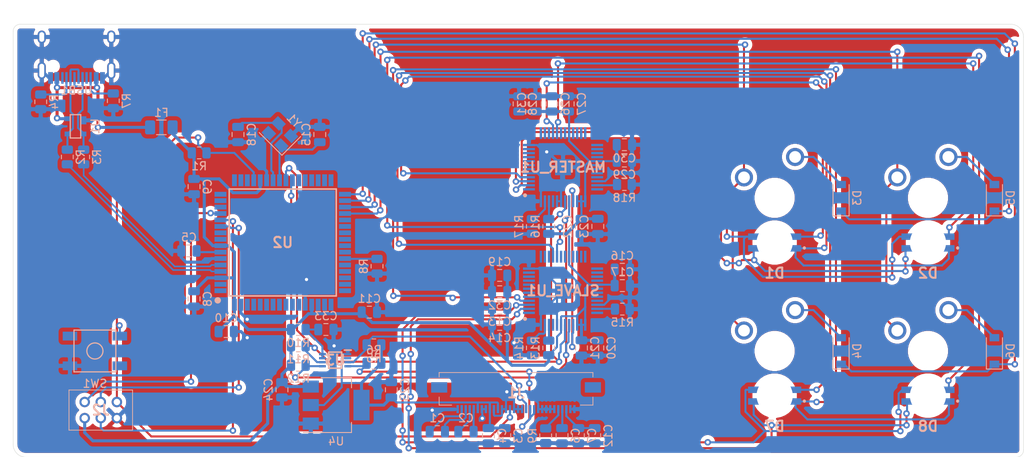
<source format=kicad_pcb>
(kicad_pcb (version 20171130) (host pcbnew "(5.1.10)-1")
  (title_block (rev 1.5))
  (layers (0 F.Cu signal) (31 B.Cu signal) (34 B.Paste user) (35 F.Paste user) (36 B.SilkS user) (37 F.SilkS user) (38 B.Mask user) (39 F.Mask user) (44 Edge.Cuts user))
  (net 0 "")
  (net 1 "Net-(C1-Pad2)")
  (net 2 "Net-(C1-Pad1)")
  (net 3 "Net-(C2-Pad2)")
  (net 4 "Net-(C2-Pad1)")
  (net 5 +3V3)
  (net 6 GND)
  (net 7 "Net-(C5-Pad1)")
  (net 8 "Net-(C6-Pad2)")
  (net 9 "Net-(C12-Pad2)")
  (net 10 +5V)
  (net 11 XTAL1)
  (net 12 XTAL2)
  (net 13 "Net-(D3-Pad2)")
  (net 14 "Net-(D4-Pad2)")
  (net 15 "Net-(D5-Pad2)")
  (net 16 "Net-(D6-Pad2)")
  (net 17 ROW1)
  (net 18 VCC)
  (net 19 "Net-(J1-Pad26)")
  (net 20 SDA_3.3)
  (net 21 SCL_3.3)
  (net 22 RESET)
  (net 23 CS1)
  (net 24 CS2)
  (net 25 SW1)
  (net 26 SW3)
  (net 27 SW2)
  (net 28 CS17)
  (net 29 CS18)
  (net 30 SW13)
  (net 31 SW15)
  (net 32 SW14)
  (net 33 "Net-(MASTER_U1-Pad47)")
  (net 34 "Net-(MASTER_U1-Pad46)")
  (net 35 "Net-(MASTER_U1-Pad45)")
  (net 36 "Net-(MASTER_U1-Pad36)")
  (net 37 "Net-(MASTER_U1-Pad35)")
  (net 38 "Net-(MASTER_U1-Pad1)")
  (net 39 COL01)
  (net 40 COL00)
  (net 41 "Net-(R2-Pad2)")
  (net 42 D-)
  (net 43 "Net-(R3-Pad2)")
  (net 44 D+)
  (net 45 "Net-(R4-Pad2)")
  (net 46 "Net-(R7-Pad2)")
  (net 47 "Net-(R8-Pad1)")
  (net 48 SCL)
  (net 49 SDA)
  (net 50 "Net-(R13-Pad1)")
  (net 51 "Net-(R14-Pad1)")
  (net 52 "Net-(R15-Pad1)")
  (net 53 "Net-(SLAVE_U1-Pad45)")
  (net 54 "Net-(SLAVE_U1-Pad36)")
  (net 55 "Net-(SLAVE_U1-Pad1)")
  (net 56 "Net-(U2-Pad62)")
  (net 57 ROW0)
  (net 58 "Net-(USB1-Pad3)")
  (net 59 "Net-(USB1-Pad9)")
  (net 60 MOSI)
  (net 61 SCK)
  (net 62 MISO)
  (net 63 SYNC)
  (net 64 "Net-(U2-Pad17)")
  (net 65 "Net-(U2-Pad16)")
  (net 66 "Net-(U2-Pad15)")
  (net 67 "Net-(U2-Pad14)")
  (net 68 "Net-(U2-Pad10)")
  (net 69 "Net-(U2-Pad19)")
  (net 70 "Net-(U2-Pad18)")
  (net 71 "Net-(U2-Pad51)")
  (net 72 "Net-(U2-Pad30)")
  (net 73 "Net-(U2-Pad29)")
  (net 74 "Net-(U2-Pad28)")
  (net 75 "Net-(U2-Pad27)")
  (net 76 "Net-(U2-Pad9)")
  (net 77 "Net-(MASTER_U1-Pad33)")
  (net 78 "Net-(MASTER_U1-Pad32)")
  (net 79 "Net-(MASTER_U1-Pad31)")
  (net 80 "Net-(MASTER_U1-Pad30)")
  (net 81 "Net-(MASTER_U1-Pad28)")
  (net 82 "Net-(MASTER_U1-Pad27)")
  (net 83 "Net-(MASTER_U1-Pad26)")
  (net 84 "Net-(MASTER_U1-Pad25)")
  (net 85 "Net-(MASTER_U1-Pad24)")
  (net 86 "Net-(MASTER_U1-Pad23)")
  (net 87 "Net-(MASTER_U1-Pad22)")
  (net 88 "Net-(MASTER_U1-Pad21)")
  (net 89 "Net-(MASTER_U1-Pad19)")
  (net 90 "Net-(MASTER_U1-Pad18)")
  (net 91 "Net-(MASTER_U1-Pad15)")
  (net 92 "Net-(MASTER_U1-Pad14)")
  (net 93 "Net-(MASTER_U1-Pad13)")
  (net 94 "Net-(MASTER_U1-Pad11)")
  (net 95 "Net-(MASTER_U1-Pad10)")
  (net 96 "Net-(MASTER_U1-Pad9)")
  (net 97 "Net-(MASTER_U1-Pad8)")
  (net 98 "Net-(MASTER_U1-Pad7)")
  (net 99 "Net-(MASTER_U1-Pad6)")
  (net 100 "Net-(SLAVE_U1-Pad33)")
  (net 101 "Net-(SLAVE_U1-Pad32)")
  (net 102 "Net-(SLAVE_U1-Pad31)")
  (net 103 "Net-(SLAVE_U1-Pad30)")
  (net 104 "Net-(SLAVE_U1-Pad28)")
  (net 105 "Net-(SLAVE_U1-Pad27)")
  (net 106 "Net-(SLAVE_U1-Pad26)")
  (net 107 "Net-(SLAVE_U1-Pad25)")
  (net 108 "Net-(SLAVE_U1-Pad24)")
  (net 109 "Net-(SLAVE_U1-Pad23)")
  (net 110 "Net-(SLAVE_U1-Pad22)")
  (net 111 "Net-(SLAVE_U1-Pad21)")
  (net 112 "Net-(SLAVE_U1-Pad19)")
  (net 113 "Net-(SLAVE_U1-Pad18)")
  (net 114 "Net-(SLAVE_U1-Pad15)")
  (net 115 "Net-(SLAVE_U1-Pad14)")
  (net 116 "Net-(SLAVE_U1-Pad13)")
  (net 117 "Net-(SLAVE_U1-Pad11)")
  (net 118 "Net-(SLAVE_U1-Pad10)")
  (net 119 "Net-(SLAVE_U1-Pad9)")
  (net 120 "Net-(SLAVE_U1-Pad8)")
  (net 121 "Net-(SLAVE_U1-Pad7)")
  (net 122 "Net-(SLAVE_U1-Pad6)")
  (net 123 "Net-(U2-Pad61)")
  (net 124 "Net-(U2-Pad60)")
  (net 125 "Net-(U2-Pad59)")
  (net 126 "Net-(U2-Pad58)")
  (net 127 "Net-(U2-Pad57)")
  (net 128 "Net-(U2-Pad56)")
  (net 129 "Net-(U2-Pad55)")
  (net 130 "Net-(U2-Pad54)")
  (net 131 "Net-(U2-Pad48)")
  (net 132 "Net-(U2-Pad47)")
  (net 133 "Net-(U2-Pad46)")
  (net 134 "Net-(U2-Pad45)")
  (net 135 "Net-(U2-Pad44)")
  (net 136 "Net-(U2-Pad42)")
  (net 137 "Net-(U2-Pad41)")
  (net 138 "Net-(U2-Pad40)")
  (net 139 "Net-(U2-Pad39)")
  (net 140 "Net-(U2-Pad38)")
  (net 141 "Net-(U2-Pad37)")
  (net 142 "Net-(U2-Pad32)")
  (net 143 "Net-(U2-Pad31)")
  (net 144 "Net-(U2-Pad2)")
  (net 145 "Net-(U2-Pad1)")
  (net 146 "Net-(U2-Pad50)")
  (net 147 "Net-(U2-Pad49)")
  (net 148 "Net-(C33-Pad2)")
  (module Capacitor_SMD:C_0805_2012Metric (layer B.Cu) (at 376.047 403.733 180)
    (fp_text reference C33 (at 0 1.68) (layer B.SilkS) (effects (justify mirror)))
    (fp_text value 100pF)
    (pad 2 smd roundrect (at 0.95 0 180) (size 1 1.45) (layers B.Cu B.Paste B.Mask) (net 148 "Net-(C33-Pad2)"))
    (pad 1 smd roundrect (at -0.95 0 180) (size 1 1.45) (layers B.Cu B.Paste B.Mask) (net 6 GND))
  )
  (module SamacSys_Parts:PCA9306TDCURQ1 (layer B.Cu) (at 377.19 407.543 180)
    (fp_text reference U3 (at 0 0) (layer B.SilkS) (effects (font (size 1.27 1.27) (thickness 0.254)) (justify mirror)))
    (fp_text value PCA9306TDCURQ1 hide)
    (pad 8 smd rect (at 1.575 0.75 90) (size 0.3 0.85) (layers B.Cu B.Paste B.Mask) (net 148 "Net-(C33-Pad2)"))
    (pad 7 smd rect (at 1.575 0.25 90) (size 0.3 0.85) (layers B.Cu B.Paste B.Mask) (net 148 "Net-(C33-Pad2)"))
    (pad 6 smd rect (at 1.575 -0.25 90) (size 0.3 0.85) (layers B.Cu B.Paste B.Mask) (net 48 SCL))
    (pad 5 smd rect (at 1.575 -0.75 90) (size 0.3 0.85) (layers B.Cu B.Paste B.Mask) (net 49 SDA))
    (pad 4 smd rect (at -1.575 -0.75 90) (size 0.3 0.85) (layers B.Cu B.Paste B.Mask) (net 20 SDA_3.3))
    (pad 3 smd rect (at -1.575 -0.25 90) (size 0.3 0.85) (layers B.Cu B.Paste B.Mask) (net 21 SCL_3.3))
    (pad 2 smd rect (at -1.575 0.25 90) (size 0.3 0.85) (layers B.Cu B.Paste B.Mask) (net 5 +3V3))
    (pad 1 smd rect (at -1.575 0.75 90) (size 0.3 0.85) (layers B.Cu B.Paste B.Mask) (net 6 GND))
  )
  (module SamacSys_Parts:AT90USB1286-AU (layer B.Cu) (at 370.68125 392.90625)
    (fp_text reference U2 (at 0 0) (layer B.SilkS) (effects (font (size 1.27 1.27) (thickness 0.254)) (justify mirror)))
    (fp_text value AT90USB1286-AU hide)
    (pad 64 smd rect (at -6 7.738) (size 0.6 1.475) (layers B.Cu B.Paste B.Mask) (net 10 +5V))
    (pad 63 smd rect (at -5.2 7.738) (size 0.6 1.475) (layers B.Cu B.Paste B.Mask) (net 6 GND))
    (pad 62 smd rect (at -4.4 7.738) (size 0.6 1.475) (layers B.Cu B.Paste B.Mask) (net 56 "Net-(U2-Pad62)"))
    (pad 61 smd rect (at -3.6 7.738) (size 0.6 1.475) (layers B.Cu B.Paste B.Mask) (net 123 "Net-(U2-Pad61)"))
    (pad 60 smd rect (at -2.8 7.738) (size 0.6 1.475) (layers B.Cu B.Paste B.Mask) (net 124 "Net-(U2-Pad60)"))
    (pad 59 smd rect (at -2 7.738) (size 0.6 1.475) (layers B.Cu B.Paste B.Mask) (net 125 "Net-(U2-Pad59)"))
    (pad 58 smd rect (at -1.2 7.738) (size 0.6 1.475) (layers B.Cu B.Paste B.Mask) (net 126 "Net-(U2-Pad58)"))
    (pad 57 smd rect (at -0.4 7.738) (size 0.6 1.475) (layers B.Cu B.Paste B.Mask) (net 127 "Net-(U2-Pad57)"))
    (pad 56 smd rect (at 0.4 7.738) (size 0.6 1.475) (layers B.Cu B.Paste B.Mask) (net 128 "Net-(U2-Pad56)"))
    (pad 55 smd rect (at 1.2 7.738) (size 0.6 1.475) (layers B.Cu B.Paste B.Mask) (net 129 "Net-(U2-Pad55)"))
    (pad 54 smd rect (at 2 7.738) (size 0.6 1.475) (layers B.Cu B.Paste B.Mask) (net 130 "Net-(U2-Pad54)"))
    (pad 53 smd rect (at 2.8 7.738) (size 0.6 1.475) (layers B.Cu B.Paste B.Mask) (net 6 GND))
    (pad 52 smd rect (at 3.6 7.738) (size 0.6 1.475) (layers B.Cu B.Paste B.Mask) (net 10 +5V))
    (pad 51 smd rect (at 4.4 7.738) (size 0.6 1.475) (layers B.Cu B.Paste B.Mask) (net 71 "Net-(U2-Pad51)"))
    (pad 50 smd rect (at 5.2 7.738) (size 0.6 1.475) (layers B.Cu B.Paste B.Mask) (net 146 "Net-(U2-Pad50)"))
    (pad 49 smd rect (at 6 7.738) (size 0.6 1.475) (layers B.Cu B.Paste B.Mask) (net 147 "Net-(U2-Pad49)"))
    (pad 48 smd rect (at 7.738 6 270) (size 0.6 1.475) (layers B.Cu B.Paste B.Mask) (net 131 "Net-(U2-Pad48)"))
    (pad 47 smd rect (at 7.738 5.2 270) (size 0.6 1.475) (layers B.Cu B.Paste B.Mask) (net 132 "Net-(U2-Pad47)"))
    (pad 46 smd rect (at 7.738 4.4 270) (size 0.6 1.475) (layers B.Cu B.Paste B.Mask) (net 133 "Net-(U2-Pad46)"))
    (pad 45 smd rect (at 7.738 3.6 270) (size 0.6 1.475) (layers B.Cu B.Paste B.Mask) (net 134 "Net-(U2-Pad45)"))
    (pad 44 smd rect (at 7.738 2.8 270) (size 0.6 1.475) (layers B.Cu B.Paste B.Mask) (net 135 "Net-(U2-Pad44)"))
    (pad 43 smd rect (at 7.738 2 270) (size 0.6 1.475) (layers B.Cu B.Paste B.Mask) (net 47 "Net-(R8-Pad1)"))
    (pad 42 smd rect (at 7.738 1.2 270) (size 0.6 1.475) (layers B.Cu B.Paste B.Mask) (net 136 "Net-(U2-Pad42)"))
    (pad 41 smd rect (at 7.738 0.4 270) (size 0.6 1.475) (layers B.Cu B.Paste B.Mask) (net 137 "Net-(U2-Pad41)"))
    (pad 40 smd rect (at 7.738 -0.4 270) (size 0.6 1.475) (layers B.Cu B.Paste B.Mask) (net 138 "Net-(U2-Pad40)"))
    (pad 39 smd rect (at 7.738 -1.2 270) (size 0.6 1.475) (layers B.Cu B.Paste B.Mask) (net 139 "Net-(U2-Pad39)"))
    (pad 38 smd rect (at 7.738 -2 270) (size 0.6 1.475) (layers B.Cu B.Paste B.Mask) (net 140 "Net-(U2-Pad38)"))
    (pad 37 smd rect (at 7.738 -2.8 270) (size 0.6 1.475) (layers B.Cu B.Paste B.Mask) (net 141 "Net-(U2-Pad37)"))
    (pad 36 smd rect (at 7.738 -3.6 270) (size 0.6 1.475) (layers B.Cu B.Paste B.Mask) (net 39 COL01))
    (pad 35 smd rect (at 7.738 -4.4 270) (size 0.6 1.475) (layers B.Cu B.Paste B.Mask) (net 40 COL00))
    (pad 34 smd rect (at 7.738 -5.2 270) (size 0.6 1.475) (layers B.Cu B.Paste B.Mask) (net 57 ROW0))
    (pad 33 smd rect (at 7.738 -6 270) (size 0.6 1.475) (layers B.Cu B.Paste B.Mask) (net 17 ROW1))
    (pad 32 smd rect (at 6 -7.738) (size 0.6 1.475) (layers B.Cu B.Paste B.Mask) (net 142 "Net-(U2-Pad32)"))
    (pad 31 smd rect (at 5.2 -7.738) (size 0.6 1.475) (layers B.Cu B.Paste B.Mask) (net 143 "Net-(U2-Pad31)"))
    (pad 30 smd rect (at 4.4 -7.738) (size 0.6 1.475) (layers B.Cu B.Paste B.Mask) (net 72 "Net-(U2-Pad30)"))
    (pad 29 smd rect (at 3.6 -7.738) (size 0.6 1.475) (layers B.Cu B.Paste B.Mask) (net 73 "Net-(U2-Pad29)"))
    (pad 28 smd rect (at 2.8 -7.738) (size 0.6 1.475) (layers B.Cu B.Paste B.Mask) (net 74 "Net-(U2-Pad28)"))
    (pad 27 smd rect (at 2 -7.738) (size 0.6 1.475) (layers B.Cu B.Paste B.Mask) (net 75 "Net-(U2-Pad27)"))
    (pad 26 smd rect (at 1.2 -7.738) (size 0.6 1.475) (layers B.Cu B.Paste B.Mask) (net 49 SDA))
    (pad 25 smd rect (at 0.4 -7.738) (size 0.6 1.475) (layers B.Cu B.Paste B.Mask) (net 48 SCL))
    (pad 24 smd rect (at -0.4 -7.738) (size 0.6 1.475) (layers B.Cu B.Paste B.Mask) (net 11 XTAL1))
    (pad 23 smd rect (at -1.2 -7.738) (size 0.6 1.475) (layers B.Cu B.Paste B.Mask) (net 12 XTAL2))
    (pad 22 smd rect (at -2 -7.738) (size 0.6 1.475) (layers B.Cu B.Paste B.Mask) (net 6 GND))
    (pad 21 smd rect (at -2.8 -7.738) (size 0.6 1.475) (layers B.Cu B.Paste B.Mask) (net 10 +5V))
    (pad 20 smd rect (at -3.6 -7.738) (size 0.6 1.475) (layers B.Cu B.Paste B.Mask) (net 22 RESET))
    (pad 19 smd rect (at -4.4 -7.738) (size 0.6 1.475) (layers B.Cu B.Paste B.Mask) (net 69 "Net-(U2-Pad19)"))
    (pad 18 smd rect (at -5.2 -7.738) (size 0.6 1.475) (layers B.Cu B.Paste B.Mask) (net 70 "Net-(U2-Pad18)"))
    (pad 17 smd rect (at -6 -7.738) (size 0.6 1.475) (layers B.Cu B.Paste B.Mask) (net 64 "Net-(U2-Pad17)"))
    (pad 16 smd rect (at -7.738 -6 270) (size 0.6 1.475) (layers B.Cu B.Paste B.Mask) (net 65 "Net-(U2-Pad16)"))
    (pad 15 smd rect (at -7.738 -5.2 270) (size 0.6 1.475) (layers B.Cu B.Paste B.Mask) (net 66 "Net-(U2-Pad15)"))
    (pad 14 smd rect (at -7.738 -4.4 270) (size 0.6 1.475) (layers B.Cu B.Paste B.Mask) (net 67 "Net-(U2-Pad14)"))
    (pad 13 smd rect (at -7.738 -3.6 270) (size 0.6 1.475) (layers B.Cu B.Paste B.Mask) (net 62 MISO))
    (pad 12 smd rect (at -7.738 -2.8 270) (size 0.6 1.475) (layers B.Cu B.Paste B.Mask) (net 60 MOSI))
    (pad 11 smd rect (at -7.738 -2 270) (size 0.6 1.475) (layers B.Cu B.Paste B.Mask) (net 61 SCK))
    (pad 10 smd rect (at -7.738 -1.2 270) (size 0.6 1.475) (layers B.Cu B.Paste B.Mask) (net 68 "Net-(U2-Pad10)"))
    (pad 9 smd rect (at -7.738 -0.4 270) (size 0.6 1.475) (layers B.Cu B.Paste B.Mask) (net 76 "Net-(U2-Pad9)"))
    (pad 8 smd rect (at -7.738 0.4 270) (size 0.6 1.475) (layers B.Cu B.Paste B.Mask) (net 10 +5V))
    (pad 7 smd rect (at -7.738 1.2 270) (size 0.6 1.475) (layers B.Cu B.Paste B.Mask) (net 7 "Net-(C5-Pad1)"))
    (pad 6 smd rect (at -7.738 2 270) (size 0.6 1.475) (layers B.Cu B.Paste B.Mask) (net 6 GND))
    (pad 5 smd rect (at -7.738 2.8 270) (size 0.6 1.475) (layers B.Cu B.Paste B.Mask) (net 44 D+))
    (pad 4 smd rect (at -7.738 3.6 270) (size 0.6 1.475) (layers B.Cu B.Paste B.Mask) (net 42 D-))
    (pad 3 smd rect (at -7.738 4.4 270) (size 0.6 1.475) (layers B.Cu B.Paste B.Mask) (net 10 +5V))
    (pad 2 smd rect (at -7.738 5.2 270) (size 0.6 1.475) (layers B.Cu B.Paste B.Mask) (net 144 "Net-(U2-Pad2)"))
    (pad 1 smd rect (at -7.738 6 270) (size 0.6 1.475) (layers B.Cu B.Paste B.Mask) (net 145 "Net-(U2-Pad1)"))
  )
  (module SamacSys_Parts:IS31FL3733-TQLS4 (layer B.Cu) (at 405.511 398.907)
    (fp_text reference SLAVE_U1 (at 0 0) (layer B.SilkS) (effects (font (size 1.27 1.27) (thickness 0.254)) (justify mirror)))
    (fp_text value IS31FL3733-TQ hide)
    (pad 49 smd rect (at 0 0) (size 2 2) (layers B.Cu B.Paste B.Mask) (net 6 GND))
    (pad 48 smd rect (at -2.75 4.238) (size 0.3 1.475) (layers B.Cu B.Paste B.Mask) (net 6 GND))
    (pad 47 smd rect (at -2.25 4.238) (size 0.3 1.475) (layers B.Cu B.Paste B.Mask) (net 51 "Net-(R14-Pad1)"))
    (pad 46 smd rect (at -1.75 4.238) (size 0.3 1.475) (layers B.Cu B.Paste B.Mask) (net 50 "Net-(R13-Pad1)"))
    (pad 45 smd rect (at -1.25 4.238) (size 0.3 1.475) (layers B.Cu B.Paste B.Mask) (net 53 "Net-(SLAVE_U1-Pad45)"))
    (pad 44 smd rect (at -0.75 4.238) (size 0.3 1.475) (layers B.Cu B.Paste B.Mask) (net 6 GND))
    (pad 43 smd rect (at -0.25 4.238) (size 0.3 1.475) (layers B.Cu B.Paste B.Mask) (net 10 +5V))
    (pad 42 smd rect (at 0.25 4.238) (size 0.3 1.475) (layers B.Cu B.Paste B.Mask) (net 48 SCL))
    (pad 41 smd rect (at 0.75 4.238) (size 0.3 1.475) (layers B.Cu B.Paste B.Mask) (net 49 SDA))
    (pad 40 smd rect (at 1.25 4.238) (size 0.3 1.475) (layers B.Cu B.Paste B.Mask) (net 63 SYNC))
    (pad 39 smd rect (at 1.75 4.238) (size 0.3 1.475) (layers B.Cu B.Paste B.Mask) (net 10 +5V))
    (pad 38 smd rect (at 2.25 4.238) (size 0.3 1.475) (layers B.Cu B.Paste B.Mask) (net 10 +5V))
    (pad 37 smd rect (at 2.75 4.238) (size 0.3 1.475) (layers B.Cu B.Paste B.Mask) (net 10 +5V))
    (pad 36 smd rect (at 4.238 2.75 270) (size 0.3 1.475) (layers B.Cu B.Paste B.Mask) (net 54 "Net-(SLAVE_U1-Pad36)"))
    (pad 35 smd rect (at 4.238 2.25 270) (size 0.3 1.475) (layers B.Cu B.Paste B.Mask) (net 52 "Net-(R15-Pad1)"))
    (pad 34 smd rect (at 4.238 1.75 270) (size 0.3 1.475) (layers B.Cu B.Paste B.Mask) (net 6 GND))
    (pad 33 smd rect (at 4.238 1.25 270) (size 0.3 1.475) (layers B.Cu B.Paste B.Mask) (net 100 "Net-(SLAVE_U1-Pad33)"))
    (pad 32 smd rect (at 4.238 0.75 270) (size 0.3 1.475) (layers B.Cu B.Paste B.Mask) (net 101 "Net-(SLAVE_U1-Pad32)"))
    (pad 31 smd rect (at 4.238 0.25 270) (size 0.3 1.475) (layers B.Cu B.Paste B.Mask) (net 102 "Net-(SLAVE_U1-Pad31)"))
    (pad 30 smd rect (at 4.238 -0.25 270) (size 0.3 1.475) (layers B.Cu B.Paste B.Mask) (net 103 "Net-(SLAVE_U1-Pad30)"))
    (pad 29 smd rect (at 4.238 -0.75 270) (size 0.3 1.475) (layers B.Cu B.Paste B.Mask) (net 10 +5V))
    (pad 28 smd rect (at 4.238 -1.25 270) (size 0.3 1.475) (layers B.Cu B.Paste B.Mask) (net 104 "Net-(SLAVE_U1-Pad28)"))
    (pad 27 smd rect (at 4.238 -1.75 270) (size 0.3 1.475) (layers B.Cu B.Paste B.Mask) (net 105 "Net-(SLAVE_U1-Pad27)"))
    (pad 26 smd rect (at 4.238 -2.25 270) (size 0.3 1.475) (layers B.Cu B.Paste B.Mask) (net 106 "Net-(SLAVE_U1-Pad26)"))
    (pad 25 smd rect (at 4.238 -2.75 270) (size 0.3 1.475) (layers B.Cu B.Paste B.Mask) (net 107 "Net-(SLAVE_U1-Pad25)"))
    (pad 24 smd rect (at 2.75 -4.238) (size 0.3 1.475) (layers B.Cu B.Paste B.Mask) (net 108 "Net-(SLAVE_U1-Pad24)"))
    (pad 23 smd rect (at 2.25 -4.238) (size 0.3 1.475) (layers B.Cu B.Paste B.Mask) (net 109 "Net-(SLAVE_U1-Pad23)"))
    (pad 22 smd rect (at 1.75 -4.238) (size 0.3 1.475) (layers B.Cu B.Paste B.Mask) (net 110 "Net-(SLAVE_U1-Pad22)"))
    (pad 21 smd rect (at 1.25 -4.238) (size 0.3 1.475) (layers B.Cu B.Paste B.Mask) (net 111 "Net-(SLAVE_U1-Pad21)"))
    (pad 20 smd rect (at 0.75 -4.238) (size 0.3 1.475) (layers B.Cu B.Paste B.Mask) (net 10 +5V))
    (pad 19 smd rect (at 0.25 -4.238) (size 0.3 1.475) (layers B.Cu B.Paste B.Mask) (net 112 "Net-(SLAVE_U1-Pad19)"))
    (pad 18 smd rect (at -0.25 -4.238) (size 0.3 1.475) (layers B.Cu B.Paste B.Mask) (net 113 "Net-(SLAVE_U1-Pad18)"))
    (pad 17 smd rect (at -0.75 -4.238) (size 0.3 1.475) (layers B.Cu B.Paste B.Mask) (net 29 CS18))
    (pad 16 smd rect (at -1.25 -4.238) (size 0.3 1.475) (layers B.Cu B.Paste B.Mask) (net 28 CS17))
    (pad 15 smd rect (at -1.75 -4.238) (size 0.3 1.475) (layers B.Cu B.Paste B.Mask) (net 114 "Net-(SLAVE_U1-Pad15)"))
    (pad 14 smd rect (at -2.25 -4.238) (size 0.3 1.475) (layers B.Cu B.Paste B.Mask) (net 115 "Net-(SLAVE_U1-Pad14)"))
    (pad 13 smd rect (at -2.75 -4.238) (size 0.3 1.475) (layers B.Cu B.Paste B.Mask) (net 116 "Net-(SLAVE_U1-Pad13)"))
    (pad 12 smd rect (at -4.238 -2.75 270) (size 0.3 1.475) (layers B.Cu B.Paste B.Mask) (net 6 GND))
    (pad 11 smd rect (at -4.238 -2.25 270) (size 0.3 1.475) (layers B.Cu B.Paste B.Mask) (net 117 "Net-(SLAVE_U1-Pad11)"))
    (pad 10 smd rect (at -4.238 -1.75 270) (size 0.3 1.475) (layers B.Cu B.Paste B.Mask) (net 118 "Net-(SLAVE_U1-Pad10)"))
    (pad 9 smd rect (at -4.238 -1.25 270) (size 0.3 1.475) (layers B.Cu B.Paste B.Mask) (net 119 "Net-(SLAVE_U1-Pad9)"))
    (pad 8 smd rect (at -4.238 -0.75 270) (size 0.3 1.475) (layers B.Cu B.Paste B.Mask) (net 120 "Net-(SLAVE_U1-Pad8)"))
    (pad 7 smd rect (at -4.238 -0.25 270) (size 0.3 1.475) (layers B.Cu B.Paste B.Mask) (net 121 "Net-(SLAVE_U1-Pad7)"))
    (pad 6 smd rect (at -4.238 0.25 270) (size 0.3 1.475) (layers B.Cu B.Paste B.Mask) (net 122 "Net-(SLAVE_U1-Pad6)"))
    (pad 5 smd rect (at -4.238 0.75 270) (size 0.3 1.475) (layers B.Cu B.Paste B.Mask) (net 6 GND))
    (pad 4 smd rect (at -4.238 1.25 270) (size 0.3 1.475) (layers B.Cu B.Paste B.Mask) (net 31 SW15))
    (pad 3 smd rect (at -4.238 1.75 270) (size 0.3 1.475) (layers B.Cu B.Paste B.Mask) (net 32 SW14))
    (pad 2 smd rect (at -4.238 2.25 270) (size 0.3 1.475) (layers B.Cu B.Paste B.Mask) (net 30 SW13))
    (pad 1 smd rect (at -4.238 2.75 270) (size 0.3 1.475) (layers B.Cu B.Paste B.Mask) (net 55 "Net-(SLAVE_U1-Pad1)"))
  )
  (module SamacSys_Parts:IS31FL3733-TQLS4 (layer B.Cu) (at 405.511 383.54)
    (fp_text reference MASTER_U1 (at 0 0) (layer B.SilkS) (effects (font (size 1.27 1.27) (thickness 0.254)) (justify mirror)))
    (fp_text value IS31FL3733-TQ hide)
    (pad 49 smd rect (at 0 0) (size 2 2) (layers B.Cu B.Paste B.Mask) (net 6 GND))
    (pad 48 smd rect (at -2.75 4.238) (size 0.3 1.475) (layers B.Cu B.Paste B.Mask) (net 6 GND))
    (pad 47 smd rect (at -2.25 4.238) (size 0.3 1.475) (layers B.Cu B.Paste B.Mask) (net 33 "Net-(MASTER_U1-Pad47)"))
    (pad 46 smd rect (at -1.75 4.238) (size 0.3 1.475) (layers B.Cu B.Paste B.Mask) (net 34 "Net-(MASTER_U1-Pad46)"))
    (pad 45 smd rect (at -1.25 4.238) (size 0.3 1.475) (layers B.Cu B.Paste B.Mask) (net 35 "Net-(MASTER_U1-Pad45)"))
    (pad 44 smd rect (at -0.75 4.238) (size 0.3 1.475) (layers B.Cu B.Paste B.Mask) (net 6 GND))
    (pad 43 smd rect (at -0.25 4.238) (size 0.3 1.475) (layers B.Cu B.Paste B.Mask) (net 6 GND))
    (pad 42 smd rect (at 0.25 4.238) (size 0.3 1.475) (layers B.Cu B.Paste B.Mask) (net 48 SCL))
    (pad 41 smd rect (at 0.75 4.238) (size 0.3 1.475) (layers B.Cu B.Paste B.Mask) (net 49 SDA))
    (pad 40 smd rect (at 1.25 4.238) (size 0.3 1.475) (layers B.Cu B.Paste B.Mask) (net 63 SYNC))
    (pad 39 smd rect (at 1.75 4.238) (size 0.3 1.475) (layers B.Cu B.Paste B.Mask) (net 10 +5V))
    (pad 38 smd rect (at 2.25 4.238) (size 0.3 1.475) (layers B.Cu B.Paste B.Mask) (net 10 +5V))
    (pad 37 smd rect (at 2.75 4.238) (size 0.3 1.475) (layers B.Cu B.Paste B.Mask) (net 10 +5V))
    (pad 36 smd rect (at 4.238 2.75 270) (size 0.3 1.475) (layers B.Cu B.Paste B.Mask) (net 36 "Net-(MASTER_U1-Pad36)"))
    (pad 35 smd rect (at 4.238 2.25 270) (size 0.3 1.475) (layers B.Cu B.Paste B.Mask) (net 37 "Net-(MASTER_U1-Pad35)"))
    (pad 34 smd rect (at 4.238 1.75 270) (size 0.3 1.475) (layers B.Cu B.Paste B.Mask) (net 6 GND))
    (pad 33 smd rect (at 4.238 1.25 270) (size 0.3 1.475) (layers B.Cu B.Paste B.Mask) (net 77 "Net-(MASTER_U1-Pad33)"))
    (pad 32 smd rect (at 4.238 0.75 270) (size 0.3 1.475) (layers B.Cu B.Paste B.Mask) (net 78 "Net-(MASTER_U1-Pad32)"))
    (pad 31 smd rect (at 4.238 0.25 270) (size 0.3 1.475) (layers B.Cu B.Paste B.Mask) (net 79 "Net-(MASTER_U1-Pad31)"))
    (pad 30 smd rect (at 4.238 -0.25 270) (size 0.3 1.475) (layers B.Cu B.Paste B.Mask) (net 80 "Net-(MASTER_U1-Pad30)"))
    (pad 29 smd rect (at 4.238 -0.75 270) (size 0.3 1.475) (layers B.Cu B.Paste B.Mask) (net 10 +5V))
    (pad 28 smd rect (at 4.238 -1.25 270) (size 0.3 1.475) (layers B.Cu B.Paste B.Mask) (net 81 "Net-(MASTER_U1-Pad28)"))
    (pad 27 smd rect (at 4.238 -1.75 270) (size 0.3 1.475) (layers B.Cu B.Paste B.Mask) (net 82 "Net-(MASTER_U1-Pad27)"))
    (pad 26 smd rect (at 4.238 -2.25 270) (size 0.3 1.475) (layers B.Cu B.Paste B.Mask) (net 83 "Net-(MASTER_U1-Pad26)"))
    (pad 25 smd rect (at 4.238 -2.75 270) (size 0.3 1.475) (layers B.Cu B.Paste B.Mask) (net 84 "Net-(MASTER_U1-Pad25)"))
    (pad 24 smd rect (at 2.75 -4.238) (size 0.3 1.475) (layers B.Cu B.Paste B.Mask) (net 85 "Net-(MASTER_U1-Pad24)"))
    (pad 23 smd rect (at 2.25 -4.238) (size 0.3 1.475) (layers B.Cu B.Paste B.Mask) (net 86 "Net-(MASTER_U1-Pad23)"))
    (pad 22 smd rect (at 1.75 -4.238) (size 0.3 1.475) (layers B.Cu B.Paste B.Mask) (net 87 "Net-(MASTER_U1-Pad22)"))
    (pad 21 smd rect (at 1.25 -4.238) (size 0.3 1.475) (layers B.Cu B.Paste B.Mask) (net 88 "Net-(MASTER_U1-Pad21)"))
    (pad 20 smd rect (at 0.75 -4.238) (size 0.3 1.475) (layers B.Cu B.Paste B.Mask) (net 10 +5V))
    (pad 19 smd rect (at 0.25 -4.238) (size 0.3 1.475) (layers B.Cu B.Paste B.Mask) (net 89 "Net-(MASTER_U1-Pad19)"))
    (pad 18 smd rect (at -0.25 -4.238) (size 0.3 1.475) (layers B.Cu B.Paste B.Mask) (net 90 "Net-(MASTER_U1-Pad18)"))
    (pad 17 smd rect (at -0.75 -4.238) (size 0.3 1.475) (layers B.Cu B.Paste B.Mask) (net 24 CS2))
    (pad 16 smd rect (at -1.25 -4.238) (size 0.3 1.475) (layers B.Cu B.Paste B.Mask) (net 23 CS1))
    (pad 15 smd rect (at -1.75 -4.238) (size 0.3 1.475) (layers B.Cu B.Paste B.Mask) (net 91 "Net-(MASTER_U1-Pad15)"))
    (pad 14 smd rect (at -2.25 -4.238) (size 0.3 1.475) (layers B.Cu B.Paste B.Mask) (net 92 "Net-(MASTER_U1-Pad14)"))
    (pad 13 smd rect (at -2.75 -4.238) (size 0.3 1.475) (layers B.Cu B.Paste B.Mask) (net 93 "Net-(MASTER_U1-Pad13)"))
    (pad 12 smd rect (at -4.238 -2.75 270) (size 0.3 1.475) (layers B.Cu B.Paste B.Mask) (net 6 GND))
    (pad 11 smd rect (at -4.238 -2.25 270) (size 0.3 1.475) (layers B.Cu B.Paste B.Mask) (net 94 "Net-(MASTER_U1-Pad11)"))
    (pad 10 smd rect (at -4.238 -1.75 270) (size 0.3 1.475) (layers B.Cu B.Paste B.Mask) (net 95 "Net-(MASTER_U1-Pad10)"))
    (pad 9 smd rect (at -4.238 -1.25 270) (size 0.3 1.475) (layers B.Cu B.Paste B.Mask) (net 96 "Net-(MASTER_U1-Pad9)"))
    (pad 8 smd rect (at -4.238 -0.75 270) (size 0.3 1.475) (layers B.Cu B.Paste B.Mask) (net 97 "Net-(MASTER_U1-Pad8)"))
    (pad 7 smd rect (at -4.238 -0.25 270) (size 0.3 1.475) (layers B.Cu B.Paste B.Mask) (net 98 "Net-(MASTER_U1-Pad7)"))
    (pad 6 smd rect (at -4.238 0.25 270) (size 0.3 1.475) (layers B.Cu B.Paste B.Mask) (net 99 "Net-(MASTER_U1-Pad6)"))
    (pad 5 smd rect (at -4.238 0.75 270) (size 0.3 1.475) (layers B.Cu B.Paste B.Mask) (net 6 GND))
    (pad 4 smd rect (at -4.238 1.25 270) (size 0.3 1.475) (layers B.Cu B.Paste B.Mask) (net 26 SW3))
    (pad 3 smd rect (at -4.238 1.75 270) (size 0.3 1.475) (layers B.Cu B.Paste B.Mask) (net 27 SW2))
    (pad 2 smd rect (at -4.238 2.25 270) (size 0.3 1.475) (layers B.Cu B.Paste B.Mask) (net 25 SW1))
    (pad 1 smd rect (at -4.238 2.75 270) (size 0.3 1.475) (layers B.Cu B.Paste B.Mask) (net 38 "Net-(MASTER_U1-Pad1)"))
  )
  (module Crystal:Crystal_SMD_3225-4Pin_3.2x2.5mm (layer B.Cu) (at 370.332 379.476 135)
    (fp_text reference Y1 (at 0 2.45 135) (layer B.SilkS) (effects (justify mirror)))
    (fp_text value 16MHz)
    (pad 4 smd rect (at -1.1 0.85 135) (size 1.4 1.2) (layers B.Cu B.Paste B.Mask) (net 6 GND))
    (pad 3 smd rect (at 1.1 0.85 135) (size 1.4 1.2) (layers B.Cu B.Paste B.Mask) (net 12 XTAL2))
    (pad 2 smd rect (at 1.1 -0.85 135) (size 1.4 1.2) (layers B.Cu B.Paste B.Mask) (net 6 GND))
    (pad 1 smd rect (at -1.1 -0.85 135) (size 1.4 1.2) (layers B.Cu B.Paste B.Mask) (net 11 XTAL1))
  )
  (module Type-C:HRO-TYPE-C-31-M-12 (layer B.Cu) (at 345.059 364.744)
    (fp_text reference USB1 (at 0 9.25) (layer B.SilkS) (effects (justify mirror)))
    (fp_text value HRO-TYPE-C-31-M-12)
    (pad 12 smd rect (at 3.225 7.695) (size 0.6 1.45) (layers B.Cu B.Paste B.Mask) (net 6 GND))
    (pad 1 smd rect (at -3.225 7.695) (size 0.6 1.45) (layers B.Cu B.Paste B.Mask) (net 6 GND))
    (pad 11 smd rect (at 2.45 7.695) (size 0.6 1.45) (layers B.Cu B.Paste B.Mask) (net 18 VCC))
    (pad 2 smd rect (at -2.45 7.695) (size 0.6 1.45) (layers B.Cu B.Paste B.Mask) (net 18 VCC))
    (pad 3 smd rect (at -1.75 7.695) (size 0.3 1.45) (layers B.Cu B.Paste B.Mask) (net 58 "Net-(USB1-Pad3)"))
    (pad 10 smd rect (at 1.75 7.695) (size 0.3 1.45) (layers B.Cu B.Paste B.Mask) (net 46 "Net-(R7-Pad2)"))
    (pad 4 smd rect (at -1.25 7.695) (size 0.3 1.45) (layers B.Cu B.Paste B.Mask) (net 45 "Net-(R4-Pad2)"))
    (pad 9 smd rect (at 1.25 7.695) (size 0.3 1.45) (layers B.Cu B.Paste B.Mask) (net 59 "Net-(USB1-Pad9)"))
    (pad 5 smd rect (at -0.75 7.695) (size 0.3 1.45) (layers B.Cu B.Paste B.Mask) (net 41 "Net-(R2-Pad2)"))
    (pad 8 smd rect (at 0.75 7.695) (size 0.3 1.45) (layers B.Cu B.Paste B.Mask) (net 43 "Net-(R3-Pad2)"))
    (pad 7 smd rect (at 0.25 7.695) (size 0.3 1.45) (layers B.Cu B.Paste B.Mask) (net 41 "Net-(R2-Pad2)"))
    (pad 6 smd rect (at -0.25 7.695) (size 0.3 1.45) (layers B.Cu B.Paste B.Mask) (net 43 "Net-(R3-Pad2)"))
    (pad "" np_thru_hole circle (at 2.89 6.25) (size 0.65 0.65) (drill 0.65) (layers *.Cu *.Mask))
    (pad "" np_thru_hole circle (at -2.89 6.25) (size 0.65 0.65) (drill 0.65) (layers *.Cu *.Mask))
    (pad 13 thru_hole oval (at -4.32 6.78) (size 1 2.1) (drill oval 0.6 1.7) (layers *.Cu F.Mask) (net 6 GND))
    (pad 13 thru_hole oval (at 4.32 6.78) (size 1 2.1) (drill oval 0.6 1.7) (layers *.Cu F.Mask) (net 6 GND))
    (pad 13 thru_hole oval (at -4.32 2.6) (size 1 1.6) (drill oval 0.6 1.2) (layers *.Cu F.Mask) (net 6 GND))
    (pad 13 thru_hole oval (at 4.32 2.6) (size 1 1.6) (drill oval 0.6 1.2) (layers *.Cu F.Mask) (net 6 GND))
  )
  (module Package_TO_SOT_SMD:SOT-223-3_TabPin2 (layer B.Cu) (at 377.317 413.131)
    (fp_text reference U4 (at 0 4.5) (layer B.SilkS) (effects (justify mirror)))
    (fp_text value AZ1117CH-3.3TRG1)
    (pad 1 smd rect (at -3.15 2.3) (size 2 1.5) (layers B.Cu B.Paste B.Mask) (net 6 GND))
    (pad 3 smd rect (at -3.15 -2.3) (size 2 1.5) (layers B.Cu B.Paste B.Mask) (net 10 +5V))
    (pad 2 smd rect (at -3.15 0) (size 2 1.5) (layers B.Cu B.Paste B.Mask) (net 5 +3V3))
    (pad 2 smd rect (at 3.15 0) (size 2 3.8) (layers B.Cu B.Paste B.Mask) (net 5 +3V3))
  )
  (module random-keyboard-parts:SOT143B (layer B.Cu) (at 344.932 378.46 270)
    (fp_text reference U1 (at 0 -2.45 270) (layer B.SilkS) (effects (justify mirror)))
    (fp_text value PRTR5V0U2X)
    (pad 1 smd rect (at -0.75 -1 270) (size 1 0.7) (layers B.Cu B.Paste B.Mask) (net 6 GND))
    (pad 4 smd rect (at -0.95 1 270) (size 0.6 0.7) (layers B.Cu B.Paste B.Mask) (net 18 VCC))
    (pad 2 smd rect (at 0.95 -1 270) (size 0.6 0.7) (layers B.Cu B.Paste B.Mask) (net 43 "Net-(R3-Pad2)"))
    (pad 3 smd rect (at 0.95 1 270) (size 0.6 0.7) (layers B.Cu B.Paste B.Mask) (net 41 "Net-(R2-Pad2)"))
  )
  (module random-keyboard-parts:SKQG-1155865 (layer B.Cu) (at 347.345 406.4 180)
    (fp_text reference SW1 (at 0 -4.064) (layer B.SilkS) (effects (justify mirror)))
    (fp_text value SW_Push)
    (pad 4 smd rect (at -3.1 -1.85 180) (size 1.8 1.1) (layers B.Cu B.Paste B.Mask))
    (pad 3 smd rect (at 3.1 1.85 180) (size 1.8 1.1) (layers B.Cu B.Paste B.Mask))
    (pad 2 smd rect (at -3.1 1.85 180) (size 1.8 1.1) (layers B.Cu B.Paste B.Mask) (net 22 RESET))
    (pad 1 smd rect (at 3.1 -1.85 180) (size 1.8 1.1) (layers B.Cu B.Paste B.Mask) (net 6 GND))
  )
  (module Resistor_SMD:R_0805_2012Metric (layer B.Cu) (at 413.131 385.699)
    (fp_text reference R18 (at 0 1.65 180) (layer B.SilkS) (effects (justify mirror)))
    (fp_text value 20k)
    (pad 2 smd roundrect (at 0.9125 0) (size 1.025 1.4) (layers B.Cu B.Paste B.Mask) (roundrect_rratio 0.2439004878048781) (net 6 GND))
    (pad 1 smd roundrect (at -0.9125 0) (size 1.025 1.4) (layers B.Cu B.Paste B.Mask) (roundrect_rratio 0.2439004878048781) (net 37 "Net-(MASTER_U1-Pad35)"))
  )
  (module Resistor_SMD:R_0805_2012Metric (layer B.Cu) (at 401.701 390.906 270)
    (fp_text reference R17 (at 0 1.65 90) (layer B.SilkS) (effects (justify mirror)))
    (fp_text value 100k)
    (pad 2 smd roundrect (at 0.9125 0 270) (size 1.025 1.4) (layers B.Cu B.Paste B.Mask) (roundrect_rratio 0.2439004878048781) (net 6 GND))
    (pad 1 smd roundrect (at -0.9125 0 270) (size 1.025 1.4) (layers B.Cu B.Paste B.Mask) (roundrect_rratio 0.2439004878048781) (net 33 "Net-(MASTER_U1-Pad47)"))
  )
  (module Resistor_SMD:R_0805_2012Metric (layer B.Cu) (at 403.733 390.906 270)
    (fp_text reference R16 (at 0 1.65 90) (layer B.SilkS) (effects (justify mirror)))
    (fp_text value 100k)
    (pad 2 smd roundrect (at 0.9125 0 270) (size 1.025 1.4) (layers B.Cu B.Paste B.Mask) (roundrect_rratio 0.2439004878048781) (net 10 +5V))
    (pad 1 smd roundrect (at -0.9125 0 270) (size 1.025 1.4) (layers B.Cu B.Paste B.Mask) (roundrect_rratio 0.2439004878048781) (net 34 "Net-(MASTER_U1-Pad46)"))
  )
  (module Resistor_SMD:R_0805_2012Metric (layer B.Cu) (at 412.877 401.193)
    (fp_text reference R15 (at 0 1.65) (layer B.SilkS) (effects (justify mirror)))
    (fp_text value 20k)
    (pad 2 smd roundrect (at 0.9125 0) (size 1.025 1.4) (layers B.Cu B.Paste B.Mask) (roundrect_rratio 0.2439004878048781) (net 6 GND))
    (pad 1 smd roundrect (at -0.9125 0) (size 1.025 1.4) (layers B.Cu B.Paste B.Mask) (roundrect_rratio 0.2439004878048781) (net 52 "Net-(R15-Pad1)"))
  )
  (module Resistor_SMD:R_0805_2012Metric (layer B.Cu) (at 401.701 406.019 270)
    (fp_text reference R14 (at 0 1.65 90) (layer B.SilkS) (effects (justify mirror)))
    (fp_text value 100k)
    (pad 2 smd roundrect (at 0.9125 0 270) (size 1.025 1.4) (layers B.Cu B.Paste B.Mask) (roundrect_rratio 0.2439004878048781) (net 6 GND))
    (pad 1 smd roundrect (at -0.9125 0 270) (size 1.025 1.4) (layers B.Cu B.Paste B.Mask) (roundrect_rratio 0.2439004878048781) (net 51 "Net-(R14-Pad1)"))
  )
  (module Resistor_SMD:R_0805_2012Metric (layer B.Cu) (at 403.733 406.019 270)
    (fp_text reference R13 (at 0 1.65 90) (layer B.SilkS) (effects (justify mirror)))
    (fp_text value 100k)
    (pad 2 smd roundrect (at 0.9125 0 270) (size 1.025 1.4) (layers B.Cu B.Paste B.Mask) (roundrect_rratio 0.2439004878048781) (net 10 +5V))
    (pad 1 smd roundrect (at -0.9125 0 270) (size 1.025 1.4) (layers B.Cu B.Paste B.Mask) (roundrect_rratio 0.2439004878048781) (net 50 "Net-(R13-Pad1)"))
  )
  (module Resistor_SMD:R_0805_2012Metric (layer B.Cu) (at 372.618 408.178)
    (fp_text reference R12 (at 0 1.65) (layer B.SilkS) (effects (justify mirror)))
    (fp_text value 4.7k)
    (pad 2 smd roundrect (at 0.9125 0) (size 1.025 1.4) (layers B.Cu B.Paste B.Mask) (roundrect_rratio 0.2439004878048781) (net 49 SDA))
    (pad 1 smd roundrect (at -0.9125 0) (size 1.025 1.4) (layers B.Cu B.Paste B.Mask) (roundrect_rratio 0.2439004878048781) (net 10 +5V))
  )
  (module Resistor_SMD:R_0805_2012Metric (layer B.Cu) (at 372.618 405.765)
    (fp_text reference R11 (at 0 1.65) (layer B.SilkS) (effects (justify mirror)))
    (fp_text value 4.7k)
    (pad 2 smd roundrect (at 0.9125 0) (size 1.025 1.4) (layers B.Cu B.Paste B.Mask) (roundrect_rratio 0.2439004878048781) (net 48 SCL))
    (pad 1 smd roundrect (at -0.9125 0) (size 1.025 1.4) (layers B.Cu B.Paste B.Mask) (roundrect_rratio 0.2439004878048781) (net 10 +5V))
  )
  (module Resistor_SMD:R_0805_2012Metric (layer B.Cu) (at 372.618 403.733)
    (fp_text reference R10 (at 0 1.65) (layer B.SilkS) (effects (justify mirror)))
    (fp_text value 200k)
    (pad 2 smd roundrect (at 0.9125 0) (size 1.025 1.4) (layers B.Cu B.Paste B.Mask) (roundrect_rratio 0.2439004878048781) (net 148 "Net-(C33-Pad2)"))
    (pad 1 smd roundrect (at -0.9125 0) (size 1.025 1.4) (layers B.Cu B.Paste B.Mask) (roundrect_rratio 0.2439004878048781) (net 10 +5V))
  )
  (module Resistor_SMD:R_0805_2012Metric (layer B.Cu) (at 403.352 416.941 270)
    (fp_text reference R9 (at 0 1.65 90) (layer B.SilkS) (effects (justify mirror)))
    (fp_text value 560K)
    (pad 1 smd roundrect (at -0.9125 0 270) (size 1.025 1.4) (layers B.Cu B.Paste B.Mask) (roundrect_rratio 0.2439004878048781) (net 19 "Net-(J1-Pad26)"))
    (pad 2 smd roundrect (at 0.9125 0 270) (size 1.025 1.4) (layers B.Cu B.Paste B.Mask) (roundrect_rratio 0.2439004878048781) (net 6 GND))
  )
  (module Resistor_SMD:R_0805_2012Metric (layer B.Cu) (at 382.397 395.859 270)
    (fp_text reference R8 (at 0 1.65 90) (layer B.SilkS) (effects (justify mirror)))
    (fp_text value 10k)
    (pad 2 smd roundrect (at 0.9125 0 270) (size 1.025 1.4) (layers B.Cu B.Paste B.Mask) (roundrect_rratio 0.2439004878048781) (net 6 GND))
    (pad 1 smd roundrect (at -0.9125 0 270) (size 1.025 1.4) (layers B.Cu B.Paste B.Mask) (roundrect_rratio 0.2439004878048781) (net 47 "Net-(R8-Pad1)"))
  )
  (module Resistor_SMD:R_0805_2012Metric (layer B.Cu) (at 349.631 375.285 90)
    (fp_text reference R7 (at 0 1.65 90) (layer B.SilkS) (effects (justify mirror)))
    (fp_text value 5.1k)
    (pad 2 smd roundrect (at 0.9125 0 90) (size 1.025 1.4) (layers B.Cu B.Paste B.Mask) (roundrect_rratio 0.2439004878048781) (net 46 "Net-(R7-Pad2)"))
    (pad 1 smd roundrect (at -0.9125 0 90) (size 1.025 1.4) (layers B.Cu B.Paste B.Mask) (roundrect_rratio 0.2439004878048781) (net 6 GND))
  )
  (module Resistor_SMD:R_0805_2012Metric (layer B.Cu) (at 382.016 407.924 180)
    (fp_text reference R6 (at 0 1.65) (layer B.SilkS) (effects (justify mirror)))
    (fp_text value 2.2k)
    (pad 2 smd roundrect (at 0.9125 0 180) (size 1.025 1.4) (layers B.Cu B.Paste B.Mask) (roundrect_rratio 0.2439004878048781) (net 20 SDA_3.3))
    (pad 1 smd roundrect (at -0.9125 0 180) (size 1.025 1.4) (layers B.Cu B.Paste B.Mask) (roundrect_rratio 0.2439004878048781) (net 5 +3V3))
  )
  (module Resistor_SMD:R_0805_2012Metric (layer B.Cu) (at 382.016 405.638)
    (fp_text reference R5 (at 0 1.65) (layer B.SilkS) (effects (justify mirror)))
    (fp_text value 2.2k)
    (pad 2 smd roundrect (at 0.9125 0) (size 1.025 1.4) (layers B.Cu B.Paste B.Mask) (roundrect_rratio 0.2439004878048781) (net 5 +3V3))
    (pad 1 smd roundrect (at -0.9125 0) (size 1.025 1.4) (layers B.Cu B.Paste B.Mask) (roundrect_rratio 0.2439004878048781) (net 21 SCL_3.3))
  )
  (module Resistor_SMD:R_0805_2012Metric (layer B.Cu) (at 340.614 375.412 90)
    (fp_text reference R4 (at 0 1.65 90) (layer B.SilkS) (effects (justify mirror)))
    (fp_text value 5.1k)
    (pad 2 smd roundrect (at 0.9125 0 90) (size 1.025 1.4) (layers B.Cu B.Paste B.Mask) (roundrect_rratio 0.2439004878048781) (net 45 "Net-(R4-Pad2)"))
    (pad 1 smd roundrect (at -0.9125 0 90) (size 1.025 1.4) (layers B.Cu B.Paste B.Mask) (roundrect_rratio 0.2439004878048781) (net 6 GND))
  )
  (module Resistor_SMD:R_0805_2012Metric (layer B.Cu) (at 345.948 382.27 90)
    (fp_text reference R3 (at 0 1.65 90) (layer B.SilkS) (effects (justify mirror)))
    (fp_text value 22)
    (pad 2 smd roundrect (at 0.9125 0 90) (size 1.025 1.4) (layers B.Cu B.Paste B.Mask) (roundrect_rratio 0.2439004878048781) (net 43 "Net-(R3-Pad2)"))
    (pad 1 smd roundrect (at -0.9125 0 90) (size 1.025 1.4) (layers B.Cu B.Paste B.Mask) (roundrect_rratio 0.2439004878048781) (net 44 D+))
  )
  (module Resistor_SMD:R_0805_2012Metric (layer B.Cu) (at 343.916 382.27 90)
    (fp_text reference R2 (at 0 1.65 270) (layer B.SilkS) (effects (justify mirror)))
    (fp_text value 22)
    (pad 2 smd roundrect (at 0.9125 0 90) (size 1.025 1.4) (layers B.Cu B.Paste B.Mask) (roundrect_rratio 0.2439004878048781) (net 41 "Net-(R2-Pad2)"))
    (pad 1 smd roundrect (at -0.9125 0 90) (size 1.025 1.4) (layers B.Cu B.Paste B.Mask) (roundrect_rratio 0.2439004878048781) (net 42 D-))
  )
  (module Resistor_SMD:R_0805_2012Metric (layer B.Cu) (at 360.299 381.762)
    (fp_text reference R1 (at 0 1.65) (layer B.SilkS) (effects (justify mirror)))
    (fp_text value 10k)
    (pad 2 smd roundrect (at 0.9125 0) (size 1.025 1.4) (layers B.Cu B.Paste B.Mask) (roundrect_rratio 0.2439004878048781) (net 22 RESET))
    (pad 1 smd roundrect (at -0.9125 0) (size 1.025 1.4) (layers B.Cu B.Paste B.Mask) (roundrect_rratio 0.2439004878048781) (net 10 +5V))
  )
  (module SamacSys_Parts:MXOnly-1U-NoLED_3Pins (layer F.Cu) (at 450.85 406.4)
    (fp_text reference MX4)
    (fp_text value MX-NoLED)
    (pad 1 thru_hole circle (at -3.81 -2.54) (size 2.25 2.25) (drill 1.47) (layers *.Cu B.Mask) (net 39 COL01))
    (pad "" np_thru_hole circle (at 0 0) (size 3.9878 3.9878) (drill 3.9878) (layers *.Cu *.Mask))
    (pad 2 thru_hole circle (at 2.54 -5.08) (size 2.25 2.25) (drill 1.47) (layers *.Cu B.Mask) (net 16 "Net-(D6-Pad2)"))
  )
  (module SamacSys_Parts:MXOnly-1U-NoLED_3Pins (layer F.Cu) (at 450.85 387.35)
    (fp_text reference MX3)
    (fp_text value MX-NoLED)
    (pad 1 thru_hole circle (at -3.81 -2.54) (size 2.25 2.25) (drill 1.47) (layers *.Cu B.Mask) (net 39 COL01))
    (pad "" np_thru_hole circle (at 0 0) (size 3.9878 3.9878) (drill 3.9878) (layers *.Cu *.Mask))
    (pad 2 thru_hole circle (at 2.54 -5.08) (size 2.25 2.25) (drill 1.47) (layers *.Cu B.Mask) (net 15 "Net-(D5-Pad2)"))
  )
  (module SamacSys_Parts:MXOnly-1U-NoLED_3Pins (layer F.Cu) (at 431.8 406.4)
    (fp_text reference MX2)
    (fp_text value MX-NoLED)
    (pad 1 thru_hole circle (at -3.81 -2.54) (size 2.25 2.25) (drill 1.47) (layers *.Cu B.Mask) (net 40 COL00))
    (pad "" np_thru_hole circle (at 0 0) (size 3.9878 3.9878) (drill 3.9878) (layers *.Cu *.Mask))
    (pad 2 thru_hole circle (at 2.54 -5.08) (size 2.25 2.25) (drill 1.47) (layers *.Cu B.Mask) (net 14 "Net-(D4-Pad2)"))
  )
  (module SamacSys_Parts:MXOnly-1U-NoLED_3Pins (layer F.Cu) (at 431.8 387.35)
    (fp_text reference MX1)
    (fp_text value MX-NoLED)
    (pad 1 thru_hole circle (at -3.81 -2.54) (size 2.25 2.25) (drill 1.47) (layers *.Cu B.Mask) (net 40 COL00))
    (pad "" np_thru_hole circle (at 0 0) (size 3.9878 3.9878) (drill 3.9878) (layers *.Cu *.Mask))
    (pad 2 thru_hole circle (at 2.54 -5.08) (size 2.25 2.25) (drill 1.47) (layers *.Cu B.Mask) (net 13 "Net-(D3-Pad2)"))
  )
  (module SamacSys_Parts:SWR204NRTND03STGA (layer B.Cu) (at 346.075 412.75)
    (fp_text reference J2 (at 2 1) (layer B.SilkS) (effects (font (size 1.27 1.27) (thickness 0.254)) (justify mirror)))
    (fp_text value AVR-ISP-6 hide)
    (pad 6 thru_hole circle (at 4 2) (size 1.3 1.3) (drill 0.8) (layers *.Cu *.Mask) (net 6 GND))
    (pad 5 thru_hole circle (at 4 0) (size 1.3 1.3) (drill 0.8) (layers *.Cu *.Mask) (net 22 RESET))
    (pad 4 thru_hole circle (at 2 2) (size 1.3 1.3) (drill 0.8) (layers *.Cu *.Mask) (net 60 MOSI))
    (pad 3 thru_hole circle (at 2 0) (size 1.3 1.3) (drill 0.8) (layers *.Cu *.Mask) (net 61 SCK))
    (pad 2 thru_hole circle (at 0 2) (size 1.3 1.3) (drill 0.8) (layers *.Cu *.Mask) (net 10 +5V))
    (pad 1 thru_hole circle (at 0 0) (size 1.3 1.3) (drill 0.8) (layers *.Cu *.Mask) (net 62 MISO))
  )
  (module SamacSys_Parts:5051103091 (layer B.Cu) (at 399.669 411.607)
    (fp_text reference J1 (at 0 0) (layer B.SilkS) (effects (font (size 1.27 1.27) (thickness 0.254)) (justify mirror)))
    (fp_text value 54104-3031_Oled hide)
    (pad MP2 smd rect (at 9.55 -0.675 270) (size 1.3 2) (layers B.Cu B.Paste B.Mask))
    (pad MP1 smd rect (at -9.55 -0.675 270) (size 1.3 2) (layers B.Cu B.Paste B.Mask))
    (pad 30 smd rect (at 7.25 2.025) (size 0.3 1) (layers B.Cu B.Paste B.Mask) (net 6 GND))
    (pad 29 smd rect (at 6.75 2.025) (size 0.3 1) (layers B.Cu B.Paste B.Mask) (net 6 GND))
    (pad 28 smd rect (at 6.25 2.025) (size 0.3 1) (layers B.Cu B.Paste B.Mask) (net 9 "Net-(C12-Pad2)"))
    (pad 27 smd rect (at 5.75 2.025) (size 0.3 1) (layers B.Cu B.Paste B.Mask) (net 8 "Net-(C6-Pad2)"))
    (pad 26 smd rect (at 5.25 2.025) (size 0.3 1) (layers B.Cu B.Paste B.Mask) (net 19 "Net-(J1-Pad26)"))
    (pad 25 smd rect (at 4.75 2.025) (size 0.3 1) (layers B.Cu B.Paste B.Mask) (net 6 GND))
    (pad 24 smd rect (at 4.25 2.025) (size 0.3 1) (layers B.Cu B.Paste B.Mask) (net 6 GND))
    (pad 23 smd rect (at 3.75 2.025) (size 0.3 1) (layers B.Cu B.Paste B.Mask) (net 6 GND))
    (pad 22 smd rect (at 3.25 2.025) (size 0.3 1) (layers B.Cu B.Paste B.Mask) (net 6 GND))
    (pad 21 smd rect (at 2.75 2.025) (size 0.3 1) (layers B.Cu B.Paste B.Mask) (net 6 GND))
    (pad 20 smd rect (at 2.25 2.025) (size 0.3 1) (layers B.Cu B.Paste B.Mask) (net 20 SDA_3.3))
    (pad 19 smd rect (at 1.75 2.025) (size 0.3 1) (layers B.Cu B.Paste B.Mask) (net 20 SDA_3.3))
    (pad 18 smd rect (at 1.25 2.025) (size 0.3 1) (layers B.Cu B.Paste B.Mask) (net 21 SCL_3.3))
    (pad 17 smd rect (at 0.75 2.025) (size 0.3 1) (layers B.Cu B.Paste B.Mask) (net 6 GND))
    (pad 16 smd rect (at 0.25 2.025) (size 0.3 1) (layers B.Cu B.Paste B.Mask) (net 6 GND))
    (pad 15 smd rect (at -0.25 2.025) (size 0.3 1) (layers B.Cu B.Paste B.Mask) (net 6 GND))
    (pad 14 smd rect (at -0.75 2.025) (size 0.3 1) (layers B.Cu B.Paste B.Mask) (net 22 RESET))
    (pad 13 smd rect (at -1.25 2.025) (size 0.3 1) (layers B.Cu B.Paste B.Mask) (net 6 GND))
    (pad 12 smd rect (at -1.75 2.025) (size 0.3 1) (layers B.Cu B.Paste B.Mask) (net 6 GND))
    (pad 11 smd rect (at -2.25 2.025) (size 0.3 1) (layers B.Cu B.Paste B.Mask) (net 5 +3V3))
    (pad 10 smd rect (at -2.75 2.025) (size 0.3 1) (layers B.Cu B.Paste B.Mask) (net 6 GND))
    (pad 9 smd rect (at -3.25 2.025) (size 0.3 1) (layers B.Cu B.Paste B.Mask) (net 5 +3V3))
    (pad 8 smd rect (at -3.75 2.025) (size 0.3 1) (layers B.Cu B.Paste B.Mask) (net 6 GND))
    (pad 7 smd rect (at -4.25 2.025) (size 0.3 1) (layers B.Cu B.Paste B.Mask) (net 6 GND))
    (pad 6 smd rect (at -4.75 2.025) (size 0.3 1) (layers B.Cu B.Paste B.Mask) (net 5 +3V3))
    (pad 5 smd rect (at -5.25 2.025) (size 0.3 1) (layers B.Cu B.Paste B.Mask) (net 4 "Net-(C2-Pad1)"))
    (pad 4 smd rect (at -5.75 2.025) (size 0.3 1) (layers B.Cu B.Paste B.Mask) (net 3 "Net-(C2-Pad2)"))
    (pad 3 smd rect (at -6.25 2.025) (size 0.3 1) (layers B.Cu B.Paste B.Mask) (net 2 "Net-(C1-Pad1)"))
    (pad 2 smd rect (at -6.75 2.025) (size 0.3 1) (layers B.Cu B.Paste B.Mask) (net 1 "Net-(C1-Pad2)"))
    (pad 1 smd rect (at -7.25 2.025) (size 0.3 1) (layers B.Cu B.Paste B.Mask) (net 6 GND))
  )
  (module Fuse:Fuse_1206_3216Metric (layer B.Cu) (at 355.6 378.587 180)
    (fp_text reference F1 (at 0 1.82 180) (layer B.SilkS) (effects (justify mirror)))
    (fp_text value 1A)
    (pad 2 smd roundrect (at 1.4 0 180) (size 1.25 1.75) (layers B.Cu B.Paste B.Mask) (roundrect_rratio 0.2) (net 18 VCC))
    (pad 1 smd roundrect (at -1.4 0 180) (size 1.25 1.75) (layers B.Cu B.Paste B.Mask) (roundrect_rratio 0.2) (net 10 +5V))
  )
  (module SamacSys_Parts:QBLP677R-RGB (layer B.Cu) (at 450.85 411.955837)
    (fp_text reference D8 (at 0 3.81) (layer B.SilkS) (effects (font (size 1.27 1.27) (thickness 0.254)) (justify mirror)))
    (fp_text value LED_BGRA hide)
    (pad "" np_thru_hole circle (at 0 0) (size 4.5 4.5) (drill 4.5) (layers *.Cu *.Mask))
    (pad 4 smd rect (at 2.6 -0.725 270) (size 0.8 1.4) (layers B.Cu B.Paste B.Mask) (net 29 CS18))
    (pad 3 smd rect (at -2.6 -0.725 270) (size 0.8 1.4) (layers B.Cu B.Paste B.Mask) (net 32 SW14))
    (pad 2 smd rect (at -2.6 0.725 270) (size 0.8 1.4) (layers B.Cu B.Paste B.Mask) (net 30 SW13))
    (pad 1 smd rect (at 2.6 0.725 270) (size 0.8 1.4) (layers B.Cu B.Paste B.Mask) (net 31 SW15))
  )
  (module SamacSys_Parts:QBLP677R-RGB (layer B.Cu) (at 431.8 411.955837)
    (fp_text reference D7 (at 0 3.81) (layer B.SilkS) (effects (font (size 1.27 1.27) (thickness 0.254)) (justify mirror)))
    (fp_text value LED_BGRA hide)
    (pad "" np_thru_hole circle (at 0 0) (size 4.5 4.5) (drill 4.5) (layers *.Cu *.Mask))
    (pad 4 smd rect (at 2.6 -0.725 270) (size 0.8 1.4) (layers B.Cu B.Paste B.Mask) (net 28 CS17))
    (pad 3 smd rect (at -2.6 -0.725 270) (size 0.8 1.4) (layers B.Cu B.Paste B.Mask) (net 32 SW14))
    (pad 2 smd rect (at -2.6 0.725 270) (size 0.8 1.4) (layers B.Cu B.Paste B.Mask) (net 30 SW13))
    (pad 1 smd rect (at 2.6 0.725 270) (size 0.8 1.4) (layers B.Cu B.Paste B.Mask) (net 31 SW15))
  )
  (module Diode_SMD:D_SOD-123 (layer B.Cu) (at 459.105 406.4 90)
    (fp_text reference D6 (at 0 2 90) (layer B.SilkS) (effects (justify mirror)))
    (fp_text value SOD-123)
    (pad 2 smd rect (at 1.65 0 90) (size 0.9 1.2) (layers B.Cu B.Paste B.Mask) (net 16 "Net-(D6-Pad2)"))
    (pad 1 smd rect (at -1.65 0 90) (size 0.9 1.2) (layers B.Cu B.Paste B.Mask) (net 17 ROW1))
  )
  (module Diode_SMD:D_SOD-123 (layer B.Cu) (at 459.105 387.35 90)
    (fp_text reference D5 (at 0 2 90) (layer B.SilkS) (effects (justify mirror)))
    (fp_text value SOD-123)
    (pad 2 smd rect (at 1.65 0 90) (size 0.9 1.2) (layers B.Cu B.Paste B.Mask) (net 15 "Net-(D5-Pad2)"))
    (pad 1 smd rect (at -1.65 0 90) (size 0.9 1.2) (layers B.Cu B.Paste B.Mask) (net 57 ROW0))
  )
  (module Diode_SMD:D_SOD-123 (layer B.Cu) (at 440.055 406.4 90)
    (fp_text reference D4 (at 0 2 90) (layer B.SilkS) (effects (justify mirror)))
    (fp_text value SOD-123)
    (pad 2 smd rect (at 1.65 0 90) (size 0.9 1.2) (layers B.Cu B.Paste B.Mask) (net 14 "Net-(D4-Pad2)"))
    (pad 1 smd rect (at -1.65 0 90) (size 0.9 1.2) (layers B.Cu B.Paste B.Mask) (net 17 ROW1))
  )
  (module Diode_SMD:D_SOD-123 (layer B.Cu) (at 440.055 387.35 90)
    (fp_text reference D3 (at 0 2 90) (layer B.SilkS) (effects (justify mirror)))
    (fp_text value SOD-123)
    (pad 1 smd rect (at -1.65 0 90) (size 0.9 1.2) (layers B.Cu B.Paste B.Mask) (net 57 ROW0))
    (pad 2 smd rect (at 1.65 0 90) (size 0.9 1.2) (layers B.Cu B.Paste B.Mask) (net 13 "Net-(D3-Pad2)"))
  )
  (module SamacSys_Parts:QBLP677R-RGB (layer B.Cu) (at 450.85 392.908)
    (fp_text reference D2 (at 0 3.81) (layer B.SilkS) (effects (font (size 1.27 1.27) (thickness 0.254)) (justify mirror)))
    (fp_text value LED_BGRA hide)
    (pad "" np_thru_hole circle (at 0 0) (size 4.5 4.5) (drill 4.5) (layers *.Cu *.Mask))
    (pad 4 smd rect (at 2.6 -0.725 270) (size 0.8 1.4) (layers B.Cu B.Paste B.Mask) (net 24 CS2))
    (pad 3 smd rect (at -2.6 -0.725 270) (size 0.8 1.4) (layers B.Cu B.Paste B.Mask) (net 27 SW2))
    (pad 2 smd rect (at -2.6 0.725 270) (size 0.8 1.4) (layers B.Cu B.Paste B.Mask) (net 25 SW1))
    (pad 1 smd rect (at 2.6 0.725 270) (size 0.8 1.4) (layers B.Cu B.Paste B.Mask) (net 26 SW3))
  )
  (module SamacSys_Parts:QBLP677R-RGB (layer B.Cu) (at 431.8 392.908)
    (fp_text reference D1 (at 0 3.81) (layer B.SilkS) (effects (font (size 1.27 1.27) (thickness 0.254)) (justify mirror)))
    (fp_text value LED_BGRA hide)
    (pad 1 smd rect (at 2.6 0.725 270) (size 0.8 1.4) (layers B.Cu B.Paste B.Mask) (net 26 SW3))
    (pad 2 smd rect (at -2.6 0.725 270) (size 0.8 1.4) (layers B.Cu B.Paste B.Mask) (net 25 SW1))
    (pad 3 smd rect (at -2.6 -0.725 270) (size 0.8 1.4) (layers B.Cu B.Paste B.Mask) (net 27 SW2))
    (pad 4 smd rect (at 2.6 -0.725 270) (size 0.8 1.4) (layers B.Cu B.Paste B.Mask) (net 23 CS1))
    (pad "" np_thru_hole circle (at 0 0) (size 4.5 4.5) (drill 4.5) (layers *.Cu *.Mask))
  )
  (module Capacitor_SMD:C_0805_2012Metric (layer B.Cu) (at 397.637 399.034)
    (fp_text reference C32 (at 0 1.68) (layer B.SilkS) (effects (justify mirror)))
    (fp_text value 22uF)
    (pad 2 smd roundrect (at 0.95 0) (size 1 1.45) (layers B.Cu B.Paste B.Mask) (net 10 +5V))
    (pad 1 smd roundrect (at -0.95 0) (size 1 1.45) (layers B.Cu B.Paste B.Mask) (net 6 GND))
  )
  (module Capacitor_SMD:C_0805_2012Metric (layer B.Cu) (at 402.082 375.666 270)
    (fp_text reference C31 (at 0 1.68 90) (layer B.SilkS) (effects (justify mirror)))
    (fp_text value 22uF)
    (pad 2 smd roundrect (at 0.95 0 270) (size 1 1.45) (layers B.Cu B.Paste B.Mask) (net 10 +5V))
    (pad 1 smd roundrect (at -0.95 0 270) (size 1 1.45) (layers B.Cu B.Paste B.Mask) (net 6 GND))
  )
  (module Capacitor_SMD:C_0805_2012Metric (layer B.Cu) (at 413.131 380.746)
    (fp_text reference C30 (at 0 1.68) (layer B.SilkS) (effects (justify mirror)))
    (fp_text value 0.47uF)
    (pad 2 smd roundrect (at 0.95 0) (size 1 1.45) (layers B.Cu B.Paste B.Mask) (net 6 GND))
    (pad 1 smd roundrect (at -0.95 0) (size 1 1.45) (layers B.Cu B.Paste B.Mask) (net 10 +5V))
  )
  (module Capacitor_SMD:C_0805_2012Metric (layer B.Cu) (at 413.131 382.778)
    (fp_text reference C29 (at 0 1.68) (layer B.SilkS) (effects (justify mirror)))
    (fp_text value 0.1uF)
    (pad 2 smd roundrect (at 0.95 0) (size 1 1.45) (layers B.Cu B.Paste B.Mask) (net 6 GND))
    (pad 1 smd roundrect (at -0.95 0) (size 1 1.45) (layers B.Cu B.Paste B.Mask) (net 10 +5V))
  )
  (module Capacitor_SMD:C_0805_2012Metric (layer B.Cu) (at 400.05 375.666 90)
    (fp_text reference C28 (at 0 1.68 90) (layer B.SilkS) (effects (justify mirror)))
    (fp_text value 0.47uF)
    (pad 2 smd roundrect (at 0.95 0 90) (size 1 1.45) (layers B.Cu B.Paste B.Mask) (net 6 GND))
    (pad 1 smd roundrect (at -0.95 0 90) (size 1 1.45) (layers B.Cu B.Paste B.Mask) (net 10 +5V))
  )
  (module Capacitor_SMD:C_0805_2012Metric (layer B.Cu) (at 406.146 375.666 90)
    (fp_text reference C27 (at 0 1.68 90) (layer B.SilkS) (effects (justify mirror)))
    (fp_text value 0.47uF)
    (pad 2 smd roundrect (at 0.95 0 90) (size 1 1.45) (layers B.Cu B.Paste B.Mask) (net 6 GND))
    (pad 1 smd roundrect (at -0.95 0 90) (size 1 1.45) (layers B.Cu B.Paste B.Mask) (net 10 +5V))
  )
  (module Capacitor_SMD:C_0805_2012Metric (layer B.Cu) (at 404.114 375.666 90)
    (fp_text reference C26 (at 0 1.68 90) (layer B.SilkS) (effects (justify mirror)))
    (fp_text value 0.1uF)
    (pad 2 smd roundrect (at 0.95 0 90) (size 1 1.45) (layers B.Cu B.Paste B.Mask) (net 6 GND))
    (pad 1 smd roundrect (at -0.95 0 90) (size 1 1.45) (layers B.Cu B.Paste B.Mask) (net 10 +5V))
  )
  (module Capacitor_SMD:C_0805_2012Metric (layer B.Cu) (at 384.175 411.226 90)
    (fp_text reference C25 (at 0 1.68 270) (layer B.SilkS) (effects (justify mirror)))
    (fp_text value 22uF)
    (pad 2 smd roundrect (at 0.95 0 90) (size 1 1.45) (layers B.Cu B.Paste B.Mask) (net 6 GND))
    (pad 1 smd roundrect (at -0.95 0 90) (size 1 1.45) (layers B.Cu B.Paste B.Mask) (net 5 +3V3))
  )
  (module Capacitor_SMD:C_0805_2012Metric (layer B.Cu) (at 370.586 411.226 270)
    (fp_text reference C24 (at 0 1.68 90) (layer B.SilkS) (effects (justify mirror)))
    (fp_text value 10uF)
    (pad 2 smd roundrect (at 0.95 0 270) (size 1 1.45) (layers B.Cu B.Paste B.Mask) (net 6 GND))
    (pad 1 smd roundrect (at -0.95 0 270) (size 1 1.45) (layers B.Cu B.Paste B.Mask) (net 10 +5V))
  )
  (module Capacitor_SMD:C_0805_2012Metric (layer B.Cu) (at 409.829 390.906 270)
    (fp_text reference C23 (at 0 1.68 90) (layer B.SilkS) (effects (justify mirror)))
    (fp_text value 0.47uF)
    (pad 2 smd roundrect (at 0.95 0 270) (size 1 1.45) (layers B.Cu B.Paste B.Mask) (net 6 GND))
    (pad 1 smd roundrect (at -0.95 0 270) (size 1 1.45) (layers B.Cu B.Paste B.Mask) (net 10 +5V))
  )
  (module Capacitor_SMD:C_0805_2012Metric (layer B.Cu) (at 407.797 390.906 270)
    (fp_text reference C22 (at 0 1.68 90) (layer B.SilkS) (effects (justify mirror)))
    (fp_text value 0.1uF)
    (pad 2 smd roundrect (at 0.95 0 270) (size 1 1.45) (layers B.Cu B.Paste B.Mask) (net 6 GND))
    (pad 1 smd roundrect (at -0.95 0 270) (size 1 1.45) (layers B.Cu B.Paste B.Mask) (net 10 +5V))
  )
  (module Capacitor_SMD:C_0805_2012Metric (layer B.Cu) (at 407.797 406.019 90)
    (fp_text reference C21 (at 0 1.68 90) (layer B.SilkS) (effects (justify mirror)))
    (fp_text value 0.47uF)
    (pad 2 smd roundrect (at 0.95 0 90) (size 1 1.45) (layers B.Cu B.Paste B.Mask) (net 10 +5V))
    (pad 1 smd roundrect (at -0.95 0 90) (size 1 1.45) (layers B.Cu B.Paste B.Mask) (net 6 GND))
  )
  (module Capacitor_SMD:C_0805_2012Metric (layer B.Cu) (at 409.829 406.019 90)
    (fp_text reference C20 (at 0 1.68 90) (layer B.SilkS) (effects (justify mirror)))
    (fp_text value 0.1uF)
    (pad 2 smd roundrect (at 0.95 0 90) (size 1 1.45) (layers B.Cu B.Paste B.Mask) (net 10 +5V))
    (pad 1 smd roundrect (at -0.95 0 90) (size 1 1.45) (layers B.Cu B.Paste B.Mask) (net 6 GND))
  )
  (module Capacitor_SMD:C_0805_2012Metric (layer B.Cu) (at 397.637 397.002 180)
    (fp_text reference C19 (at 0 1.68) (layer B.SilkS) (effects (justify mirror)))
    (fp_text value 0.47uF)
    (pad 2 smd roundrect (at 0.95 0 180) (size 1 1.45) (layers B.Cu B.Paste B.Mask) (net 6 GND))
    (pad 1 smd roundrect (at -0.95 0 180) (size 1 1.45) (layers B.Cu B.Paste B.Mask) (net 10 +5V))
  )
  (module Capacitor_SMD:C_0805_2012Metric (layer B.Cu) (at 365.125 379.476 90)
    (fp_text reference C18 (at 0 1.68 90) (layer B.SilkS) (effects (justify mirror)))
    (fp_text value 22pF)
    (pad 2 smd roundrect (at 0.95 0 90) (size 1 1.45) (layers B.Cu B.Paste B.Mask) (net 12 XTAL2))
    (pad 1 smd roundrect (at -0.95 0 90) (size 1 1.45) (layers B.Cu B.Paste B.Mask) (net 6 GND))
  )
  (module Capacitor_SMD:C_0805_2012Metric (layer B.Cu) (at 412.877 398.272 180)
    (fp_text reference C17 (at 0 1.68) (layer B.SilkS) (effects (justify mirror)))
    (fp_text value 0.47uF)
    (pad 2 smd roundrect (at 0.95 0 180) (size 1 1.45) (layers B.Cu B.Paste B.Mask) (net 10 +5V))
    (pad 1 smd roundrect (at -0.95 0 180) (size 1 1.45) (layers B.Cu B.Paste B.Mask) (net 6 GND))
  )
  (module Capacitor_SMD:C_0805_2012Metric (layer B.Cu) (at 412.877 396.24 180)
    (fp_text reference C16 (at 0 1.68) (layer B.SilkS) (effects (justify mirror)))
    (fp_text value 0.1uF)
    (pad 2 smd roundrect (at 0.95 0 180) (size 1 1.45) (layers B.Cu B.Paste B.Mask) (net 10 +5V))
    (pad 1 smd roundrect (at -0.95 0 180) (size 1 1.45) (layers B.Cu B.Paste B.Mask) (net 6 GND))
  )
  (module Capacitor_SMD:C_0805_2012Metric (layer B.Cu) (at 375.285 379.476 270)
    (fp_text reference C15 (at 0 1.68 90) (layer B.SilkS) (effects (justify mirror)))
    (fp_text value 22pF)
    (pad 2 smd roundrect (at 0.95 0 270) (size 1 1.45) (layers B.Cu B.Paste B.Mask) (net 11 XTAL1))
    (pad 1 smd roundrect (at -0.95 0 270) (size 1 1.45) (layers B.Cu B.Paste B.Mask) (net 6 GND))
  )
  (module Capacitor_SMD:C_0805_2012Metric (layer B.Cu) (at 397.637 403.098)
    (fp_text reference C14 (at 0 1.68) (layer B.SilkS) (effects (justify mirror)))
    (fp_text value 0.47uF)
    (pad 2 smd roundrect (at 0.95 0) (size 1 1.45) (layers B.Cu B.Paste B.Mask) (net 10 +5V))
    (pad 1 smd roundrect (at -0.95 0) (size 1 1.45) (layers B.Cu B.Paste B.Mask) (net 6 GND))
  )
  (module Capacitor_SMD:C_0805_2012Metric (layer B.Cu) (at 397.637 401.066)
    (fp_text reference C13 (at 0 1.68) (layer B.SilkS) (effects (justify mirror)))
    (fp_text value 0.1uF)
    (pad 2 smd roundrect (at 0.95 0) (size 1 1.45) (layers B.Cu B.Paste B.Mask) (net 10 +5V))
    (pad 1 smd roundrect (at -0.95 0) (size 1 1.45) (layers B.Cu B.Paste B.Mask) (net 6 GND))
  )
  (module Capacitor_SMD:C_0805_2012Metric (layer B.Cu) (at 409.448 416.941 90)
    (fp_text reference C12 (at 0 1.68 90) (layer B.SilkS) (effects (justify mirror)))
    (fp_text value 1uF)
    (pad 1 smd roundrect (at -0.95 0 90) (size 1 1.45) (layers B.Cu B.Paste B.Mask) (net 6 GND))
    (pad 2 smd roundrect (at 0.95 0 90) (size 1 1.45) (layers B.Cu B.Paste B.Mask) (net 9 "Net-(C12-Pad2)"))
  )
  (module Capacitor_SMD:C_0805_2012Metric (layer B.Cu) (at 381.447 401.574 180)
    (fp_text reference C11 (at 0 1.68) (layer B.SilkS) (effects (justify mirror)))
    (fp_text value 0.1uF)
    (pad 2 smd roundrect (at 0.95 0 180) (size 1 1.45) (layers B.Cu B.Paste B.Mask) (net 10 +5V))
    (pad 1 smd roundrect (at -0.95 0 180) (size 1 1.45) (layers B.Cu B.Paste B.Mask) (net 6 GND))
  )
  (module Capacitor_SMD:C_0805_2012Metric (layer B.Cu) (at 363.662 403.987 180)
    (fp_text reference C10 (at 0 1.68) (layer B.SilkS) (effects (justify mirror)))
    (fp_text value 0.1uF)
    (pad 2 smd roundrect (at 0.95 0 180) (size 1 1.45) (layers B.Cu B.Paste B.Mask) (net 10 +5V))
    (pad 1 smd roundrect (at -0.95 0 180) (size 1 1.45) (layers B.Cu B.Paste B.Mask) (net 6 GND))
  )
  (module Capacitor_SMD:C_0805_2012Metric (layer B.Cu) (at 359.664 385.953 90)
    (fp_text reference C9 (at 0 1.68 90) (layer B.SilkS) (effects (justify mirror)))
    (fp_text value 0.1uF)
    (pad 2 smd roundrect (at 0.95 0 90) (size 1 1.45) (layers B.Cu B.Paste B.Mask) (net 10 +5V))
    (pad 1 smd roundrect (at -0.95 0 90) (size 1 1.45) (layers B.Cu B.Paste B.Mask) (net 6 GND))
  )
  (module Capacitor_SMD:C_0805_2012Metric (layer B.Cu) (at 359.664 399.923 90)
    (fp_text reference C8 (at 0 1.68 270) (layer B.SilkS) (effects (justify mirror)))
    (fp_text value 10uF)
    (pad 2 smd roundrect (at 0.95 0 90) (size 1 1.45) (layers B.Cu B.Paste B.Mask) (net 10 +5V))
    (pad 1 smd roundrect (at -0.95 0 90) (size 1 1.45) (layers B.Cu B.Paste B.Mask) (net 6 GND))
  )
  (module Capacitor_SMD:C_0805_2012Metric (layer B.Cu) (at 407.416 416.941 90)
    (fp_text reference C7 (at 0 1.68 90) (layer B.SilkS) (effects (justify mirror)))
    (fp_text value 2.2uF)
    (pad 2 smd roundrect (at 0.95 0 90) (size 1 1.45) (layers B.Cu B.Paste B.Mask) (net 9 "Net-(C12-Pad2)"))
    (pad 1 smd roundrect (at -0.95 0 90) (size 1 1.45) (layers B.Cu B.Paste B.Mask) (net 6 GND))
  )
  (module Capacitor_SMD:C_0805_2012Metric (layer B.Cu) (at 405.384 416.941 90)
    (fp_text reference C6 (at 0 1.68 90) (layer B.SilkS) (effects (justify mirror)))
    (fp_text value 2.2uF)
    (pad 2 smd roundrect (at 0.95 0 90) (size 1 1.45) (layers B.Cu B.Paste B.Mask) (net 8 "Net-(C6-Pad2)"))
    (pad 1 smd roundrect (at -0.95 0 90) (size 1 1.45) (layers B.Cu B.Paste B.Mask) (net 6 GND))
  )
  (module Capacitor_SMD:C_0805_2012Metric (layer B.Cu) (at 359.029 393.954 180)
    (fp_text reference C5 (at 0 1.68) (layer B.SilkS) (effects (justify mirror)))
    (fp_text value 1uF)
    (pad 2 smd roundrect (at 0.95 0 180) (size 1 1.45) (layers B.Cu B.Paste B.Mask) (net 6 GND))
    (pad 1 smd roundrect (at -0.95 0 180) (size 1 1.45) (layers B.Cu B.Paste B.Mask) (net 7 "Net-(C5-Pad1)"))
  )
  (module Capacitor_SMD:C_0805_2012Metric (layer B.Cu) (at 396.24 416.941 90)
    (fp_text reference C4 (at 0 1.68 90) (layer B.SilkS) (effects (justify mirror)))
    (fp_text value 2.2uF)
    (pad 2 smd roundrect (at 0.95 0 90) (size 1 1.45) (layers B.Cu B.Paste B.Mask) (net 5 +3V3))
    (pad 1 smd roundrect (at -0.95 0 90) (size 1 1.45) (layers B.Cu B.Paste B.Mask) (net 6 GND))
  )
  (module Capacitor_SMD:C_0805_2012Metric (layer B.Cu) (at 398.272 416.941 90)
    (fp_text reference C3 (at 0 1.68 90) (layer B.SilkS) (effects (justify mirror)))
    (fp_text value 1uF)
    (pad 2 smd roundrect (at 0.95 0 90) (size 1 1.45) (layers B.Cu B.Paste B.Mask) (net 5 +3V3))
    (pad 1 smd roundrect (at -0.95 0 90) (size 1 1.45) (layers B.Cu B.Paste B.Mask) (net 6 GND))
  )
  (module Capacitor_SMD:C_0805_2012Metric (layer B.Cu) (at 393.446 416.433 180)
    (fp_text reference C2 (at 0 1.68) (layer B.SilkS) (effects (justify mirror)))
    (fp_text value 1uF)
    (pad 2 smd roundrect (at 0.95 0 180) (size 1 1.45) (layers B.Cu B.Paste B.Mask) (net 3 "Net-(C2-Pad2)"))
    (pad 1 smd roundrect (at -0.95 0 180) (size 1 1.45) (layers B.Cu B.Paste B.Mask) (net 4 "Net-(C2-Pad1)"))
  )
  (module Capacitor_SMD:C_0805_2012Metric (layer B.Cu) (at 389.89 416.433 180)
    (fp_text reference C1 (at 0 1.68) (layer B.SilkS) (effects (justify mirror)))
    (fp_text value 1uF)
    (pad 2 smd roundrect (at 0.95 0 180) (size 1 1.45) (layers B.Cu B.Paste B.Mask) (net 1 "Net-(C1-Pad2)"))
    (pad 1 smd roundrect (at -0.95 0 180) (size 1 1.45) (layers B.Cu B.Paste B.Mask) (net 2 "Net-(C1-Pad1)"))
  )
  (gr_line (start 337.185 366.649) (end 337.185 418.0205) (layer Edge.Cuts) (width 0.05))
  (gr_line (start 461.8355 419.608) (end 338.7725 419.608) (layer Edge.Cuts) (width 0.05))
  (gr_arc (start 461.8355 418.719) (end 461.8355 419.608) (angle -90) (layer Edge.Cuts) (width 0.05))
  (gr_arc (start 338.7725 418.0205) (end 337.185 418.0205) (angle -90) (layer Edge.Cuts) (width 0.05))
  (gr_line (start 462.7245 367.3475) (end 462.7245 418.719) (layer Edge.Cuts) (width 0.05))
  (gr_arc (start 338.074 366.649) (end 338.074 365.76) (angle -90) (layer Edge.Cuts) (width 0.05))
  (gr_line (start 338.074 365.76) (end 461.137 365.76) (layer Edge.Cuts) (width 0.05))
  (gr_arc (start 461.137 367.3475) (end 462.7245 367.3475) (angle -90) (layer Edge.Cuts) (width 0.05))
  (segment (start 392.896001 414.442999) (end 392.811 414.528) (width 0.254) (layer B.Cu) (net 1))
  (segment (start 390.845 414.528) (end 388.94 416.433) (width 0.254) (layer B.Cu) (net 1))
  (segment (start 392.811 414.528) (end 390.845 414.528) (width 0.254) (layer B.Cu) (net 1))
  (segment (start 392.896001 413.654999) (end 392.919 413.632) (width 0.254) (layer B.Cu) (net 1))
  (segment (start 392.896001 414.442999) (end 392.896001 413.654999) (width 0.254) (layer B.Cu) (net 1))
  (segment (start 391.414 414.98201) (end 390.84 415.55601) (width 0.254) (layer B.Cu) (net 2))
  (segment (start 390.84 415.55601) (end 390.84 416.433) (width 0.254) (layer B.Cu) (net 2))
  (segment (start 393.419 413.632) (end 393.419 414.682) (width 0.254) (layer B.Cu) (net 2))
  (segment (start 393.11899 414.98201) (end 393.419 414.682) (width 0.254) (layer B.Cu) (net 2))
  (segment (start 391.414 414.98201) (end 393.11899 414.98201) (width 0.254) (layer B.Cu) (net 2))
  (segment (start 393.919 415.01) (end 393.919 413.632) (width 0.254) (layer B.Cu) (net 3))
  (segment (start 392.496 416.433) (end 393.919 415.01) (width 0.254) (layer B.Cu) (net 3))
  (segment (start 394.396 413.655) (end 394.419 413.632) (width 0.254) (layer B.Cu) (net 4))
  (segment (start 394.396 416.433) (end 394.396 413.655) (width 0.254) (layer B.Cu) (net 4))
  (segment (start 398.272 415.991) (end 396.24 415.991) (width 0.381) (layer B.Cu) (net 5))
  (segment (start 383.22 413.131) (end 384.175 412.176) (width 0.381) (layer B.Cu) (net 5))
  (segment (start 380.467 413.131) (end 383.22 413.131) (width 0.381) (layer B.Cu) (net 5))
  (segment (start 396.419 415.812) (end 396.24 415.991) (width 0.254) (layer B.Cu) (net 5))
  (segment (start 396.419 413.632) (end 396.419 415.812) (width 0.254) (layer B.Cu) (net 5))
  (segment (start 396.419 412.929) (end 396.419 413.632) (width 0.254) (layer B.Cu) (net 5))
  (segment (start 396.294999 412.804999) (end 396.419 412.929) (width 0.254) (layer B.Cu) (net 5))
  (segment (start 394.992001 412.804999) (end 396.294999 412.804999) (width 0.254) (layer B.Cu) (net 5))
  (segment (start 394.919 412.878) (end 394.992001 412.804999) (width 0.254) (layer B.Cu) (net 5))
  (segment (start 394.919 413.632) (end 394.919 412.878) (width 0.254) (layer B.Cu) (net 5))
  (segment (start 397.419 412.893398) (end 397.419 413.632) (width 0.254) (layer B.Cu) (net 5))
  (segment (start 397.330601 412.804999) (end 397.419 412.893398) (width 0.254) (layer B.Cu) (net 5))
  (segment (start 396.419 412.878) (end 396.492001 412.804999) (width 0.254) (layer B.Cu) (net 5))
  (segment (start 396.492001 412.804999) (end 397.330601 412.804999) (width 0.254) (layer B.Cu) (net 5))
  (segment (start 396.419 413.632) (end 396.419 412.878) (width 0.254) (layer B.Cu) (net 5))
  (segment (start 384.803999 412.804999) (end 384.175 412.176) (width 0.254) (layer B.Cu) (net 5))
  (segment (start 394.845999 412.804999) (end 384.803999 412.804999) (width 0.254) (layer B.Cu) (net 5))
  (segment (start 394.919 412.878) (end 394.845999 412.804999) (width 0.254) (layer B.Cu) (net 5))
  (segment (start 380.467 410.3855) (end 382.9285 407.924) (width 0.381) (layer B.Cu) (net 5))
  (segment (start 380.467 413.131) (end 380.467 410.3855) (width 0.381) (layer B.Cu) (net 5))
  (segment (start 382.9285 405.638) (end 382.9285 407.924) (width 0.381) (layer B.Cu) (net 5))
  (segment (start 379.7785 410.3855) (end 379.693898 410.3855) (width 0.254) (layer B.Cu) (net 5))
  (segment (start 380.467 410.3855) (end 379.7785 410.3855) (width 0.254) (layer B.Cu) (net 5))
  (segment (start 375.793 413.131) (end 374.167 413.131) (width 0.254) (layer B.Cu) (net 5))
  (segment (start 378.012999 410.911001) (end 375.793 413.131) (width 0.254) (layer B.Cu) (net 5))
  (segment (start 378.101398 407.293) (end 378.012999 407.381399) (width 0.254) (layer B.Cu) (net 5))
  (segment (start 378.765 407.293) (end 378.101398 407.293) (width 0.254) (layer B.Cu) (net 5))
  (segment (start 378.0305 410.3855) (end 378.012999 410.403001) (width 0.254) (layer B.Cu) (net 5))
  (segment (start 379.7785 410.3855) (end 378.0305 410.3855) (width 0.254) (layer B.Cu) (net 5))
  (segment (start 378.012999 410.403001) (end 378.012999 410.911001) (width 0.254) (layer B.Cu) (net 5))
  (segment (start 378.012999 407.381399) (end 378.012999 410.403001) (width 0.254) (layer B.Cu) (net 5))
  (segment (start 348.464 372.439) (end 349.379 371.524) (width 0.381) (layer B.Cu) (net 6))
  (segment (start 348.284 372.439) (end 348.464 372.439) (width 0.381) (layer B.Cu) (net 6))
  (segment (start 341.654 372.439) (end 340.739 371.524) (width 0.381) (layer B.Cu) (net 6))
  (segment (start 341.834 372.439) (end 341.654 372.439) (width 0.381) (layer B.Cu) (net 6))
  (segment (start 405.261 383.79) (end 405.511 383.54) (width 0.254) (layer B.Cu) (net 6))
  (segment (start 405.261 387.778) (end 405.261 383.79) (width 0.254) (layer B.Cu) (net 6))
  (via (at 398.526 411.48) (size 0.8) (drill 0.4) (layers F.Cu B.Cu) (net 6))
  (via (at 389.255 413.766) (size 0.8) (drill 0.4) (layers F.Cu B.Cu) (net 6))
  (segment (start 389.389 413.632) (end 389.255 413.766) (width 0.254) (layer B.Cu) (net 6))
  (segment (start 392.419 413.632) (end 389.389 413.632) (width 0.254) (layer B.Cu) (net 6))
  (via (at 395.478 414.782) (size 0.8) (drill 0.4) (layers F.Cu B.Cu) (net 6))
  (segment (start 395.478 413.691) (end 395.419 413.632) (width 0.254) (layer B.Cu) (net 6))
  (segment (start 395.478 414.782) (end 395.478 413.691) (width 0.254) (layer B.Cu) (net 6))
  (segment (start 395.419 413.632) (end 395.919 413.632) (width 0.254) (layer B.Cu) (net 6))
  (segment (start 400.419 413.632) (end 399.419 413.632) (width 0.254) (layer B.Cu) (net 6))
  (segment (start 398.419 413.632) (end 397.919 413.632) (width 0.254) (layer B.Cu) (net 6))
  (segment (start 397.919 414.370602) (end 397.919 413.632) (width 0.254) (layer B.Cu) (net 6))
  (segment (start 397.830601 414.459001) (end 397.919 414.370602) (width 0.254) (layer B.Cu) (net 6))
  (segment (start 397.007399 414.459001) (end 397.830601 414.459001) (width 0.254) (layer B.Cu) (net 6))
  (segment (start 396.919 414.370602) (end 397.007399 414.459001) (width 0.254) (layer B.Cu) (net 6))
  (segment (start 396.919 413.632) (end 396.919 414.370602) (width 0.254) (layer B.Cu) (net 6))
  (segment (start 402.419 413.632) (end 404.419 413.632) (width 0.254) (layer B.Cu) (net 6))
  (segment (start 398.419 411.587) (end 398.526 411.48) (width 0.254) (layer B.Cu) (net 6))
  (segment (start 398.419 413.632) (end 398.419 411.587) (width 0.254) (layer B.Cu) (net 6))
  (segment (start 399.419 412.373) (end 398.526 411.48) (width 0.254) (layer B.Cu) (net 6))
  (segment (start 399.419 413.632) (end 399.419 412.373) (width 0.254) (layer B.Cu) (net 6))
  (segment (start 401.005602 411.48) (end 398.526 411.48) (width 0.254) (layer B.Cu) (net 6))
  (segment (start 402.419 412.893398) (end 401.005602 411.48) (width 0.254) (layer B.Cu) (net 6))
  (segment (start 402.419 413.632) (end 402.419 412.893398) (width 0.254) (layer B.Cu) (net 6))
  (via (at 366.268 404.749) (size 0.8) (drill 0.4) (layers F.Cu B.Cu) (net 6))
  (segment (start 365.506 403.987) (end 366.268 404.749) (width 0.381) (layer B.Cu) (net 6))
  (segment (start 364.612 403.987) (end 365.506 403.987) (width 0.381) (layer B.Cu) (net 6))
  (via (at 366.268 402.463) (size 0.8) (drill 0.4) (layers F.Cu B.Cu) (net 6))
  (segment (start 366.268 404.749) (end 366.268 402.463) (width 0.381) (layer F.Cu) (net 6))
  (segment (start 365.48125 401.67625) (end 365.48125 400.64425) (width 0.381) (layer B.Cu) (net 6))
  (segment (start 366.268 402.463) (end 365.48125 401.67625) (width 0.381) (layer B.Cu) (net 6))
  (segment (start 358.079 393.954) (end 358.079 394.655) (width 0.381) (layer B.Cu) (net 6))
  (segment (start 361.82475 394.90625) (end 362.94325 394.90625) (width 0.381) (layer B.Cu) (net 6))
  (segment (start 358.648 395.351) (end 361.38 395.351) (width 0.381) (layer B.Cu) (net 6))
  (segment (start 358.079 394.782) (end 358.648 395.351) (width 0.381) (layer B.Cu) (net 6))
  (segment (start 361.38 395.351) (end 361.82475 394.90625) (width 0.381) (layer B.Cu) (net 6))
  (segment (start 358.079 393.954) (end 358.079 394.782) (width 0.381) (layer B.Cu) (net 6))
  (segment (start 368.68125 384.04975) (end 367.665 383.0335) (width 0.381) (layer B.Cu) (net 6))
  (segment (start 368.68125 385.16825) (end 368.68125 384.04975) (width 0.381) (layer B.Cu) (net 6))
  (segment (start 367.665 380.587365) (end 368.953142 379.299223) (width 0.381) (layer B.Cu) (net 6))
  (segment (start 367.665 383.0335) (end 367.665 380.587365) (width 0.381) (layer B.Cu) (net 6))
  (via (at 377.063 405.765) (size 0.8) (drill 0.4) (layers F.Cu B.Cu) (net 6))
  (segment (start 378.091 406.793) (end 377.063 405.765) (width 0.254) (layer B.Cu) (net 6))
  (segment (start 378.765 406.793) (end 378.091 406.793) (width 0.254) (layer B.Cu) (net 6))
  (segment (start 401.273 399.657) (end 404.761 399.657) (width 0.254) (layer B.Cu) (net 6))
  (segment (start 402.761 396.157) (end 405.511 398.907) (width 0.254) (layer B.Cu) (net 6))
  (segment (start 401.273 396.157) (end 402.761 396.157) (width 0.254) (layer B.Cu) (net 6))
  (segment (start 402.761 401.657) (end 405.511 398.907) (width 0.254) (layer B.Cu) (net 6))
  (segment (start 402.761 403.145) (end 402.761 401.657) (width 0.254) (layer B.Cu) (net 6))
  (segment (start 404.761 399.657) (end 405.511 398.907) (width 0.254) (layer B.Cu) (net 6))
  (segment (start 404.761 403.145) (end 404.761 399.657) (width 0.254) (layer B.Cu) (net 6))
  (segment (start 402.761 403.145) (end 401.273 403.145) (width 0.254) (layer B.Cu) (net 6))
  (segment (start 401.273 403.145) (end 400.304 404.114) (width 0.254) (layer B.Cu) (net 6))
  (segment (start 400.304 404.114) (end 400.304 406.654) (width 0.254) (layer B.Cu) (net 6))
  (segment (start 400.5815 406.9315) (end 401.701 406.9315) (width 0.254) (layer B.Cu) (net 6))
  (segment (start 400.304 406.654) (end 400.5815 406.9315) (width 0.254) (layer B.Cu) (net 6))
  (via (at 403.479 381.635) (size 0.8) (drill 0.4) (layers F.Cu B.Cu) (net 6))
  (segment (start 403.606 381.635) (end 405.511 383.54) (width 0.381) (layer B.Cu) (net 6))
  (segment (start 403.479 381.635) (end 403.606 381.635) (width 0.381) (layer B.Cu) (net 6))
  (segment (start 403.1095 381.635) (end 403.479 381.635) (width 0.254) (layer B.Cu) (net 6))
  (segment (start 402.2645 380.79) (end 403.1095 381.635) (width 0.254) (layer B.Cu) (net 6))
  (segment (start 401.273 380.79) (end 402.2645 380.79) (width 0.254) (layer B.Cu) (net 6))
  (segment (start 403.479 383.060102) (end 403.479 381.635) (width 0.254) (layer B.Cu) (net 6))
  (segment (start 401.273 384.29) (end 402.249102 384.29) (width 0.254) (layer B.Cu) (net 6))
  (segment (start 404.761 387.778) (end 405.261 387.778) (width 0.254) (layer B.Cu) (net 6))
  (segment (start 402.761 384.727) (end 402.286551 384.252551) (width 0.254) (layer B.Cu) (net 6))
  (segment (start 402.761 387.778) (end 402.761 384.727) (width 0.254) (layer B.Cu) (net 6))
  (segment (start 402.286551 384.252551) (end 403.479 383.060102) (width 0.254) (layer B.Cu) (net 6))
  (segment (start 402.249102 384.29) (end 402.286551 384.252551) (width 0.254) (layer B.Cu) (net 6))
  (via (at 373.634 397.51) (size 0.8) (drill 0.4) (layers F.Cu B.Cu) (net 6))
  (segment (start 373.48125 397.66275) (end 373.634 397.51) (width 0.381) (layer B.Cu) (net 6))
  (segment (start 373.48125 400.64425) (end 373.48125 397.66275) (width 0.381) (layer B.Cu) (net 6))
  (segment (start 412.5195 399.923) (end 413.7895 401.193) (width 0.254) (layer B.Cu) (net 6))
  (segment (start 411.353 399.923) (end 412.5195 399.923) (width 0.254) (layer B.Cu) (net 6))
  (segment (start 410.619 400.657) (end 411.353 399.923) (width 0.254) (layer B.Cu) (net 6))
  (segment (start 409.749 400.657) (end 410.619 400.657) (width 0.254) (layer B.Cu) (net 6))
  (segment (start 410.7405 385.29) (end 411.099 384.9315) (width 0.254) (layer B.Cu) (net 6))
  (segment (start 409.749 385.29) (end 410.7405 385.29) (width 0.254) (layer B.Cu) (net 6))
  (segment (start 411.099 384.9315) (end 411.1045 384.9315) (width 0.254) (layer B.Cu) (net 6))
  (segment (start 411.1045 384.9315) (end 411.734 384.302) (width 0.254) (layer B.Cu) (net 6))
  (segment (start 411.734 384.302) (end 413.512 384.302) (width 0.254) (layer B.Cu) (net 6))
  (segment (start 414.0435 384.8335) (end 414.0435 385.699) (width 0.254) (layer B.Cu) (net 6))
  (segment (start 413.512 384.302) (end 414.0435 384.8335) (width 0.254) (layer B.Cu) (net 6))
  (via (at 399.415 405.384) (size 0.8) (drill 0.4) (layers F.Cu B.Cu) (net 6))
  (segment (start 406.419 413.632) (end 406.919 413.632) (width 0.254) (layer B.Cu) (net 6))
  (segment (start 377.063 403.799) (end 376.997 403.733) (width 0.381) (layer B.Cu) (net 6))
  (segment (start 377.063 405.765) (end 377.063 403.799) (width 0.381) (layer B.Cu) (net 6))
  (segment (start 362.852 394.015) (end 362.94325 394.10625) (width 0.254) (layer B.Cu) (net 7))
  (segment (start 360.13125 394.10625) (end 359.979 393.954) (width 0.254) (layer B.Cu) (net 7))
  (segment (start 362.94325 394.10625) (end 360.13125 394.10625) (width 0.254) (layer B.Cu) (net 7))
  (segment (start 405.419 415.956) (end 405.419 413.632) (width 0.254) (layer B.Cu) (net 8))
  (segment (start 405.384 415.991) (end 405.419 415.956) (width 0.254) (layer B.Cu) (net 8))
  (segment (start 405.919 414.494) (end 405.919 413.632) (width 0.254) (layer B.Cu) (net 9))
  (segment (start 407.416 415.991) (end 405.919 414.494) (width 0.254) (layer B.Cu) (net 9))
  (segment (start 407.416 415.991) (end 409.448 415.991) (width 0.254) (layer B.Cu) (net 9))
  (segment (start 400.05 376.616) (end 406.146 376.616) (width 0.381) (layer B.Cu) (net 10))
  (segment (start 412.181 382.778) (end 412.181 380.746) (width 0.381) (layer B.Cu) (net 10))
  (segment (start 409.829 389.956) (end 407.797 389.956) (width 0.381) (layer B.Cu) (net 10))
  (segment (start 398.587 397.002) (end 398.587 403.098) (width 0.381) (layer B.Cu) (net 10))
  (segment (start 371.141 410.831) (end 370.586 410.276) (width 0.381) (layer B.Cu) (net 10))
  (segment (start 374.167 410.831) (end 371.141 410.831) (width 0.381) (layer B.Cu) (net 10))
  (segment (start 370.586 409.2975) (end 371.7055 408.178) (width 0.381) (layer B.Cu) (net 10))
  (segment (start 370.586 410.276) (end 370.586 409.2975) (width 0.381) (layer B.Cu) (net 10))
  (segment (start 371.7055 408.178) (end 371.7055 403.733) (width 0.381) (layer B.Cu) (net 10))
  (segment (start 359.664 382.0395) (end 359.3865 381.762) (width 0.381) (layer B.Cu) (net 10))
  (segment (start 359.664 385.003) (end 359.664 382.0395) (width 0.381) (layer B.Cu) (net 10))
  (segment (start 357 379.3755) (end 359.3865 381.762) (width 0.381) (layer B.Cu) (net 10))
  (segment (start 357 378.587) (end 357 379.3755) (width 0.381) (layer B.Cu) (net 10))
  (segment (start 412.169 382.79) (end 412.181 382.778) (width 0.254) (layer B.Cu) (net 10))
  (segment (start 409.749 382.79) (end 412.169 382.79) (width 0.254) (layer B.Cu) (net 10))
  (segment (start 374.28125 400.64425) (end 374.28125 401.52025) (width 0.381) (layer B.Cu) (net 10))
  (segment (start 374.28125 401.76275) (end 374.28125 400.64425) (width 0.381) (layer B.Cu) (net 10))
  (segment (start 364.68125 402.01775) (end 362.712 403.987) (width 0.381) (layer B.Cu) (net 10))
  (segment (start 364.68125 400.64425) (end 364.68125 402.01775) (width 0.381) (layer B.Cu) (net 10))
  (segment (start 366.3965 403.733) (end 364.68125 402.01775) (width 0.381) (layer B.Cu) (net 10))
  (segment (start 371.7055 403.733) (end 366.3965 403.733) (width 0.381) (layer B.Cu) (net 10))
  (segment (start 361.33075 397.30625) (end 359.664 398.973) (width 0.381) (layer B.Cu) (net 10))
  (segment (start 362.94325 397.30625) (end 361.33075 397.30625) (width 0.381) (layer B.Cu) (net 10))
  (segment (start 407.797 405.069) (end 407.797 403.181) (width 0.381) (layer B.Cu) (net 10))
  (segment (start 409.829 405.069) (end 407.797 405.069) (width 0.381) (layer B.Cu) (net 10))
  (segment (start 399.161 408.178) (end 403.225 408.178) (width 0.381) (layer B.Cu) (net 10))
  (segment (start 403.733 407.67) (end 403.733 406.9315) (width 0.381) (layer B.Cu) (net 10))
  (segment (start 403.225 408.178) (end 403.733 407.67) (width 0.381) (layer B.Cu) (net 10))
  (segment (start 362.002848 393.30625) (end 360.934 392.237402) (width 0.381) (layer B.Cu) (net 10))
  (segment (start 362.94325 393.30625) (end 362.002848 393.30625) (width 0.381) (layer B.Cu) (net 10))
  (segment (start 359.664 385.003) (end 360.619 385.003) (width 0.381) (layer B.Cu) (net 10))
  (segment (start 360.934 385.318) (end 360.934 392.237402) (width 0.381) (layer B.Cu) (net 10))
  (segment (start 360.619 385.003) (end 360.934 385.318) (width 0.381) (layer B.Cu) (net 10))
  (segment (start 363.883652 393.30625) (end 364.68125 394.103848) (width 0.381) (layer B.Cu) (net 10))
  (segment (start 362.94325 393.30625) (end 363.883652 393.30625) (width 0.381) (layer B.Cu) (net 10))
  (segment (start 364.66725 397.30625) (end 364.68125 397.32025) (width 0.381) (layer B.Cu) (net 10))
  (segment (start 362.94325 397.30625) (end 364.66725 397.30625) (width 0.381) (layer B.Cu) (net 10))
  (segment (start 364.68125 397.32025) (end 364.68125 400.64425) (width 0.381) (layer B.Cu) (net 10))
  (segment (start 364.68125 394.103848) (end 364.68125 397.32025) (width 0.381) (layer B.Cu) (net 10))
  (segment (start 362.780402 385.003) (end 364.492402 386.715) (width 0.381) (layer B.Cu) (net 10))
  (segment (start 359.664 385.003) (end 362.780402 385.003) (width 0.381) (layer B.Cu) (net 10))
  (segment (start 367.88125 386.28675) (end 367.88125 385.16825) (width 0.381) (layer B.Cu) (net 10))
  (segment (start 367.453 386.715) (end 367.88125 386.28675) (width 0.381) (layer B.Cu) (net 10))
  (segment (start 364.492402 386.715) (end 367.453 386.715) (width 0.381) (layer B.Cu) (net 10))
  (segment (start 347.091 417.576) (end 346.075 416.56) (width 0.381) (layer B.Cu) (net 10))
  (segment (start 366.649 417.576) (end 347.091 417.576) (width 0.381) (layer B.Cu) (net 10))
  (segment (start 368.808 415.417) (end 366.649 417.576) (width 0.381) (layer B.Cu) (net 10))
  (segment (start 368.808 412.054) (end 368.808 415.417) (width 0.381) (layer B.Cu) (net 10))
  (segment (start 346.075 416.56) (end 346.075 414.75) (width 0.381) (layer B.Cu) (net 10))
  (segment (start 370.586 410.276) (end 368.808 412.054) (width 0.381) (layer B.Cu) (net 10))
  (segment (start 405.9345 391.8185) (end 407.797 389.956) (width 0.381) (layer B.Cu) (net 10))
  (segment (start 403.733 391.8185) (end 405.9345 391.8185) (width 0.381) (layer B.Cu) (net 10))
  (segment (start 406.261 392.145) (end 405.9345 391.8185) (width 0.254) (layer B.Cu) (net 10))
  (segment (start 406.261 394.669) (end 406.261 392.145) (width 0.254) (layer B.Cu) (net 10))
  (segment (start 406.261 395.6911) (end 406.261 394.669) (width 0.254) (layer B.Cu) (net 10))
  (segment (start 408.7269 398.157) (end 406.261 395.6911) (width 0.254) (layer B.Cu) (net 10))
  (segment (start 409.749 398.157) (end 408.7269 398.157) (width 0.254) (layer B.Cu) (net 10))
  (segment (start 411.927 396.24) (end 411.927 398.272) (width 0.381) (layer B.Cu) (net 10))
  (segment (start 411.812 398.157) (end 411.927 398.272) (width 0.254) (layer B.Cu) (net 10))
  (segment (start 409.749 398.157) (end 411.812 398.157) (width 0.254) (layer B.Cu) (net 10))
  (segment (start 408.261 398.6229) (end 408.7269 398.157) (width 0.254) (layer B.Cu) (net 10))
  (segment (start 407.261 403.145) (end 407.261 401.983) (width 0.254) (layer B.Cu) (net 10))
  (segment (start 408.261 400.983) (end 408.261 400.895) (width 0.254) (layer B.Cu) (net 10))
  (segment (start 407.261 401.983) (end 408.261 400.983) (width 0.254) (layer B.Cu) (net 10))
  (segment (start 408.261 400.895) (end 408.261 398.6229) (width 0.254) (layer B.Cu) (net 10))
  (segment (start 408.261 403.145) (end 408.261 400.895) (width 0.254) (layer B.Cu) (net 10))
  (segment (start 408.261 403.145) (end 407.761 403.145) (width 0.254) (layer B.Cu) (net 10))
  (segment (start 407.261 403.145) (end 407.761 403.145) (width 0.254) (layer B.Cu) (net 10))
  (segment (start 405.261 402.168898) (end 405.261 403.145) (width 0.254) (layer B.Cu) (net 10))
  (segment (start 405.349399 402.080499) (end 405.261 402.168898) (width 0.254) (layer B.Cu) (net 10))
  (segment (start 407.187999 402.080499) (end 405.349399 402.080499) (width 0.254) (layer B.Cu) (net 10))
  (segment (start 407.261 402.1535) (end 407.187999 402.080499) (width 0.254) (layer B.Cu) (net 10))
  (segment (start 407.261 403.145) (end 407.261 402.1535) (width 0.254) (layer B.Cu) (net 10))
  (segment (start 407.797 387.814) (end 407.761 387.778) (width 0.254) (layer B.Cu) (net 10))
  (segment (start 407.797 389.956) (end 407.797 387.814) (width 0.254) (layer B.Cu) (net 10))
  (segment (start 407.261 387.778) (end 408.261 387.778) (width 0.254) (layer B.Cu) (net 10))
  (segment (start 408.261 383.301898) (end 408.261 387.778) (width 0.254) (layer B.Cu) (net 10))
  (segment (start 408.772898 382.79) (end 408.261 383.301898) (width 0.254) (layer B.Cu) (net 10))
  (segment (start 409.749 382.79) (end 408.772898 382.79) (width 0.254) (layer B.Cu) (net 10))
  (segment (start 406.261 380.278102) (end 408.772898 382.79) (width 0.254) (layer B.Cu) (net 10))
  (segment (start 406.261 379.302) (end 406.261 380.278102) (width 0.254) (layer B.Cu) (net 10))
  (segment (start 406.261 376.731) (end 406.146 376.616) (width 0.254) (layer B.Cu) (net 10))
  (segment (start 406.261 379.302) (end 406.261 376.731) (width 0.254) (layer B.Cu) (net 10))
  (segment (start 405.261 404.121102) (end 404.760102 404.622) (width 0.254) (layer B.Cu) (net 10))
  (segment (start 405.261 403.145) (end 405.261 404.121102) (width 0.254) (layer B.Cu) (net 10))
  (segment (start 404.760102 405.904398) (end 403.733 406.9315) (width 0.254) (layer B.Cu) (net 10))
  (segment (start 404.760102 404.622) (end 404.760102 405.904398) (width 0.254) (layer B.Cu) (net 10))
  (segment (start 398.587 407.604) (end 398.78 407.797) (width 0.381) (layer B.Cu) (net 10))
  (segment (start 398.587 403.098) (end 398.587 407.604) (width 0.381) (layer B.Cu) (net 10))
  (segment (start 398.78 407.797) (end 399.161 408.178) (width 0.381) (layer B.Cu) (net 10))
  (segment (start 393.85449 402.87149) (end 398.78 407.797) (width 0.381) (layer B.Cu) (net 10))
  (segment (start 380.298749 401.772251) (end 380.497 401.574) (width 0.381) (layer B.Cu) (net 10))
  (segment (start 373.872929 401.772251) (end 380.298749 401.772251) (width 0.381) (layer B.Cu) (net 10))
  (segment (start 371.91218 403.733) (end 373.872929 401.772251) (width 0.381) (layer B.Cu) (net 10))
  (segment (start 371.7055 403.733) (end 371.91218 403.733) (width 0.381) (layer B.Cu) (net 10))
  (segment (start 381.79449 402.87149) (end 380.497 401.574) (width 0.381) (layer B.Cu) (net 10))
  (segment (start 393.85449 402.87149) (end 381.79449 402.87149) (width 0.381) (layer B.Cu) (net 10))
  (segment (start 374.361167 381.349833) (end 375.285 380.426) (width 0.254) (layer B.Cu) (net 11))
  (segment (start 371.003752 381.349833) (end 374.361167 381.349833) (width 0.254) (layer B.Cu) (net 11))
  (segment (start 370.508777 380.854858) (end 371.003752 381.349833) (width 0.254) (layer B.Cu) (net 11))
  (segment (start 370.28125 381.082385) (end 370.508777 380.854858) (width 0.254) (layer B.Cu) (net 11))
  (segment (start 370.28125 385.16825) (end 370.28125 381.082385) (width 0.254) (layer B.Cu) (net 11))
  (segment (start 370.085252 378.027171) (end 370.155223 378.097142) (width 0.254) (layer B.Cu) (net 12))
  (segment (start 365.623829 378.027171) (end 370.085252 378.027171) (width 0.254) (layer B.Cu) (net 12))
  (segment (start 365.125 378.526) (end 365.623829 378.027171) (width 0.254) (layer B.Cu) (net 12))
  (segment (start 369.48125 384.17675) (end 369.48125 385.16825) (width 0.254) (layer B.Cu) (net 12))
  (segment (start 369.262528 383.958028) (end 369.48125 384.17675) (width 0.254) (layer B.Cu) (net 12))
  (segment (start 369.262528 380.545472) (end 369.262528 383.958028) (width 0.254) (layer B.Cu) (net 12))
  (segment (start 370.546977 379.261023) (end 369.262528 380.545472) (width 0.254) (layer B.Cu) (net 12))
  (segment (start 370.546977 378.488896) (end 370.155223 378.097142) (width 0.254) (layer B.Cu) (net 12))
  (segment (start 370.546977 379.261023) (end 370.546977 378.488896) (width 0.254) (layer B.Cu) (net 12))
  (segment (start 436.625 382.27) (end 440.055 385.7) (width 0.254) (layer B.Cu) (net 13))
  (segment (start 434.34 382.27) (end 436.625 382.27) (width 0.254) (layer B.Cu) (net 13))
  (segment (start 436.625 401.32) (end 440.055 404.75) (width 0.254) (layer B.Cu) (net 14))
  (segment (start 434.34 401.32) (end 436.625 401.32) (width 0.254) (layer B.Cu) (net 14))
  (segment (start 455.675 382.27) (end 459.105 385.7) (width 0.254) (layer B.Cu) (net 15))
  (segment (start 453.39 382.27) (end 455.675 382.27) (width 0.254) (layer B.Cu) (net 15))
  (segment (start 455.675 401.32) (end 459.105 404.75) (width 0.254) (layer B.Cu) (net 16))
  (segment (start 453.39 401.32) (end 455.675 401.32) (width 0.254) (layer B.Cu) (net 16))
  (segment (start 440.055 408.05) (end 440.435 408.05) (width 0.254) (layer B.Cu) (net 17))
  (segment (start 440.435 408.05) (end 441.325 408.94) (width 0.254) (layer B.Cu) (net 17))
  (segment (start 458.215 408.94) (end 459.105 408.05) (width 0.254) (layer B.Cu) (net 17))
  (segment (start 441.325 408.94) (end 458.215 408.94) (width 0.254) (layer B.Cu) (net 17))
  (segment (start 440.055 408.05) (end 439.929 408.05) (width 0.254) (layer B.Cu) (net 17))
  (via (at 380.619 386.842) (size 0.8) (drill 0.4) (layers F.Cu B.Cu) (net 17))
  (segment (start 380.55475 386.90625) (end 380.619 386.842) (width 0.254) (layer B.Cu) (net 17))
  (segment (start 378.41925 386.90625) (end 380.55475 386.90625) (width 0.254) (layer B.Cu) (net 17))
  (via (at 461.645 408.051) (size 0.8) (drill 0.4) (layers F.Cu B.Cu) (net 17))
  (segment (start 461.644 408.05) (end 461.645 408.051) (width 0.254) (layer B.Cu) (net 17))
  (segment (start 459.105 408.05) (end 461.644 408.05) (width 0.254) (layer B.Cu) (net 17))
  (segment (start 461.645 408.051) (end 461.645 368.173) (width 0.254) (layer F.Cu) (net 17))
  (via (at 461.645 368.173) (size 0.8) (drill 0.4) (layers F.Cu B.Cu) (net 17))
  (via (at 380.619 366.903) (size 0.8) (drill 0.4) (layers F.Cu B.Cu) (net 17))
  (segment (start 380.619 386.842) (end 380.619 366.903) (width 0.254) (layer F.Cu) (net 17))
  (segment (start 460.375 366.903) (end 461.645 368.173) (width 0.254) (layer B.Cu) (net 17))
  (segment (start 380.619 366.903) (end 460.375 366.903) (width 0.254) (layer B.Cu) (net 17))
  (segment (start 354.007 378.394) (end 354.2 378.587) (width 0.381) (layer B.Cu) (net 18))
  (via (at 347.599 373.6455) (size 0.8) (drill 0.4) (layers F.Cu B.Cu) (net 18))
  (segment (start 347.509 373.5555) (end 347.599 373.6455) (width 0.381) (layer B.Cu) (net 18))
  (segment (start 347.509 372.439) (end 347.509 373.5555) (width 0.381) (layer B.Cu) (net 18))
  (via (at 342.646 373.634) (size 0.8) (drill 0.4) (layers F.Cu B.Cu) (net 18))
  (segment (start 342.609 373.597) (end 342.646 373.634) (width 0.381) (layer B.Cu) (net 18))
  (segment (start 342.609 372.439) (end 342.609 373.597) (width 0.381) (layer B.Cu) (net 18))
  (segment (start 342.6575 373.6455) (end 342.646 373.634) (width 0.381) (layer F.Cu) (net 18))
  (segment (start 347.599 373.6455) (end 342.6575 373.6455) (width 0.381) (layer F.Cu) (net 18))
  (segment (start 342.646 373.634) (end 342.646 377.444) (width 0.381) (layer F.Cu) (net 18))
  (via (at 342.646 377.444) (size 0.8) (drill 0.4) (layers F.Cu B.Cu) (net 18))
  (segment (start 342.712 377.51) (end 342.646 377.444) (width 0.381) (layer B.Cu) (net 18))
  (segment (start 343.932 377.51) (end 342.712 377.51) (width 0.381) (layer B.Cu) (net 18))
  (via (at 347.726 378.587) (size 0.8) (drill 0.4) (layers F.Cu B.Cu) (net 18))
  (segment (start 354.2 378.587) (end 347.726 378.587) (width 0.381) (layer B.Cu) (net 18))
  (segment (start 347.726 373.7725) (end 347.599 373.6455) (width 0.381) (layer F.Cu) (net 18))
  (segment (start 347.726 378.587) (end 347.726 373.7725) (width 0.381) (layer F.Cu) (net 18))
  (segment (start 403.352 415.953) (end 403.352 416.0285) (width 0.254) (layer B.Cu) (net 19))
  (segment (start 404.919 414.386) (end 403.352 415.953) (width 0.254) (layer B.Cu) (net 19))
  (segment (start 404.919 413.632) (end 404.919 414.386) (width 0.254) (layer B.Cu) (net 19))
  (segment (start 380.7345 408.293) (end 381.1035 407.924) (width 0.254) (layer B.Cu) (net 20))
  (segment (start 378.765 408.293) (end 380.7345 408.293) (width 0.254) (layer B.Cu) (net 20))
  (segment (start 381.1035 408.1095) (end 380.238 408.975) (width 0.254) (layer B.Cu) (net 20))
  (via (at 380.238 408.975) (size 0.8) (drill 0.4) (layers F.Cu B.Cu) (net 20))
  (segment (start 381.1035 407.924) (end 381.1035 408.1095) (width 0.254) (layer B.Cu) (net 20))
  (via (at 401.32 408.975) (size 0.8) (drill 0.4) (layers F.Cu B.Cu) (net 20))
  (segment (start 380.238 408.975) (end 401.32 408.975) (width 0.254) (layer F.Cu) (net 20))
  (via (at 401.32 410.429) (size 0.8) (drill 0.4) (layers F.Cu B.Cu) (net 20))
  (segment (start 401.32 408.975) (end 401.32 410.429) (width 0.254) (layer B.Cu) (net 20))
  (via (at 400.431 415.798) (size 0.8) (drill 0.4) (layers F.Cu B.Cu) (net 20))
  (segment (start 401.32 414.909) (end 400.431 415.798) (width 0.254) (layer F.Cu) (net 20))
  (segment (start 401.32 410.429) (end 401.32 414.909) (width 0.254) (layer F.Cu) (net 20))
  (segment (start 401.419 414.81) (end 401.419 413.632) (width 0.254) (layer B.Cu) (net 20))
  (segment (start 400.431 415.798) (end 401.419 414.81) (width 0.254) (layer B.Cu) (net 20))
  (segment (start 401.919 414.183) (end 401.919 413.632) (width 0.254) (layer B.Cu) (net 20))
  (segment (start 401.419 414.683) (end 401.919 414.183) (width 0.254) (layer B.Cu) (net 20))
  (segment (start 401.419 414.81) (end 401.419 414.683) (width 0.254) (layer B.Cu) (net 20))
  (segment (start 379.444 407.793) (end 379.448 407.797) (width 0.254) (layer B.Cu) (net 21))
  (segment (start 378.765 407.793) (end 379.444 407.793) (width 0.254) (layer B.Cu) (net 21))
  (segment (start 381.1035 406.1415) (end 381.1035 405.638) (width 0.254) (layer B.Cu) (net 21))
  (segment (start 379.448 407.797) (end 381.1035 406.1415) (width 0.254) (layer B.Cu) (net 21))
  (via (at 400.05 410.718) (size 0.8) (drill 0.4) (layers F.Cu B.Cu) (net 21))
  (segment (start 393.94299 404.61099) (end 400.05 410.718) (width 0.254) (layer B.Cu) (net 21))
  (via (at 400.177 412.207) (size 0.8) (drill 0.4) (layers F.Cu B.Cu) (net 21))
  (segment (start 400.05 412.08) (end 400.177 412.207) (width 0.254) (layer F.Cu) (net 21))
  (segment (start 400.05 410.718) (end 400.05 412.08) (width 0.254) (layer F.Cu) (net 21))
  (segment (start 400.919 412.949) (end 400.919 413.632) (width 0.254) (layer B.Cu) (net 21))
  (segment (start 400.177 412.207) (end 400.919 412.949) (width 0.254) (layer B.Cu) (net 21))
  (segment (start 381.1035 405.4075) (end 381.90001 404.61099) (width 0.254) (layer B.Cu) (net 21))
  (segment (start 381.1035 405.638) (end 381.1035 405.4075) (width 0.254) (layer B.Cu) (net 21))
  (segment (start 381.90001 404.61099) (end 393.94299 404.61099) (width 0.254) (layer B.Cu) (net 21))
  (segment (start 367.08125 384.17675) (end 364.6665 381.762) (width 0.254) (layer B.Cu) (net 22))
  (segment (start 364.6665 381.762) (end 361.2115 381.762) (width 0.254) (layer B.Cu) (net 22))
  (segment (start 367.08125 385.16825) (end 367.08125 384.17675) (width 0.254) (layer B.Cu) (net 22))
  (segment (start 350.445 403.277) (end 350.393 403.225) (width 0.254) (layer B.Cu) (net 22))
  (segment (start 350.445 404.55) (end 350.445 403.277) (width 0.254) (layer B.Cu) (net 22))
  (via (at 360.172 379.857) (size 0.8) (drill 0.4) (layers F.Cu B.Cu) (net 22))
  (segment (start 360.172 380.7225) (end 361.2115 381.762) (width 0.254) (layer B.Cu) (net 22))
  (segment (start 360.172 379.857) (end 360.172 380.7225) (width 0.254) (layer B.Cu) (net 22))
  (segment (start 360.172 379.857) (end 357.378 379.857) (width 0.254) (layer F.Cu) (net 22))
  (segment (start 350.075 403.797) (end 350.075 403.543) (width 0.254) (layer F.Cu) (net 22))
  (segment (start 357.378 379.857) (end 350.075 387.16) (width 0.254) (layer F.Cu) (net 22))
  (segment (start 350.075 412.75) (end 350.075 403.797) (width 0.254) (layer F.Cu) (net 22))
  (segment (start 350.139 403.225) (end 350.075 403.161) (width 0.254) (layer F.Cu) (net 22))
  (segment (start 350.393 403.225) (end 350.139 403.225) (width 0.254) (layer F.Cu) (net 22))
  (segment (start 350.075 403.161) (end 350.075 403.797) (width 0.254) (layer F.Cu) (net 22))
  (segment (start 350.075 387.16) (end 350.075 403.161) (width 0.254) (layer F.Cu) (net 22))
  (via (at 350.393 403.225) (size 0.8) (drill 0.4) (layers F.Cu B.Cu) (net 22))
  (via (at 398.907 414.655) (size 0.8) (drill 0.4) (layers F.Cu B.Cu) (net 22))
  (segment (start 398.919 414.643) (end 398.907 414.655) (width 0.254) (layer B.Cu) (net 22))
  (segment (start 398.919 413.632) (end 398.919 414.643) (width 0.254) (layer B.Cu) (net 22))
  (segment (start 354.358001 417.033001) (end 350.075 412.75) (width 0.254) (layer F.Cu) (net 22))
  (segment (start 396.528999 417.033001) (end 354.358001 417.033001) (width 0.254) (layer F.Cu) (net 22))
  (segment (start 398.907 414.655) (end 396.528999 417.033001) (width 0.254) (layer F.Cu) (net 22))
  (via (at 403.479 377.825) (size 0.8) (drill 0.4) (layers F.Cu B.Cu) (net 23))
  (segment (start 403.7755 377.825) (end 403.479 377.825) (width 0.254) (layer B.Cu) (net 23))
  (segment (start 404.261 378.3105) (end 403.7755 377.825) (width 0.254) (layer B.Cu) (net 23))
  (segment (start 404.261 379.302) (end 404.261 378.3105) (width 0.254) (layer B.Cu) (net 23))
  (via (at 403.479 373.126) (size 0.8) (drill 0.4) (layers F.Cu B.Cu) (net 23))
  (segment (start 403.479 377.825) (end 403.479 373.126) (width 0.254) (layer F.Cu) (net 23))
  (via (at 437.51199 392.049) (size 0.8) (drill 0.4) (layers F.Cu B.Cu) (net 23))
  (segment (start 437.37799 392.183) (end 437.51199 392.049) (width 0.254) (layer B.Cu) (net 23))
  (segment (start 434.4 392.183) (end 437.37799 392.183) (width 0.254) (layer B.Cu) (net 23))
  (via (at 436.945613 373.005021) (size 0.8) (drill 0.4) (layers F.Cu B.Cu) (net 23))
  (segment (start 403.599979 373.005021) (end 403.479 373.126) (width 0.254) (layer B.Cu) (net 23))
  (segment (start 436.945613 373.005021) (end 403.599979 373.005021) (width 0.254) (layer B.Cu) (net 23))
  (segment (start 437.78498 391.77601) (end 437.51199 392.049) (width 0.254) (layer F.Cu) (net 23))
  (segment (start 437.78498 373.844388) (end 437.78498 391.77601) (width 0.254) (layer F.Cu) (net 23))
  (segment (start 436.945613 373.005021) (end 437.78498 373.844388) (width 0.254) (layer F.Cu) (net 23))
  (via (at 404.889079 377.944376) (size 0.8) (drill 0.4) (layers F.Cu B.Cu) (net 24))
  (segment (start 404.761 378.072455) (end 404.889079 377.944376) (width 0.254) (layer B.Cu) (net 24))
  (segment (start 404.761 379.302) (end 404.761 378.072455) (width 0.254) (layer B.Cu) (net 24))
  (via (at 453.517 391.033) (size 0.8) (drill 0.4) (layers F.Cu B.Cu) (net 24))
  (segment (start 453.45 391.1) (end 453.517 391.033) (width 0.254) (layer B.Cu) (net 24))
  (segment (start 453.45 392.183) (end 453.45 391.1) (width 0.254) (layer B.Cu) (net 24))
  (via (at 456.473 370.643001) (size 0.8) (drill 0.4) (layers F.Cu B.Cu) (net 24))
  (segment (start 456.473 388.077) (end 456.473 370.643001) (width 0.254) (layer F.Cu) (net 24))
  (segment (start 453.517 391.033) (end 456.473 388.077) (width 0.254) (layer F.Cu) (net 24))
  (via (at 404.876 370.643001) (size 0.8) (drill 0.4) (layers F.Cu B.Cu) (net 24))
  (segment (start 456.473 370.643001) (end 404.876 370.643001) (width 0.254) (layer B.Cu) (net 24))
  (segment (start 404.889079 370.65608) (end 404.876 370.643001) (width 0.254) (layer F.Cu) (net 24))
  (segment (start 404.889079 377.944376) (end 404.889079 370.65608) (width 0.254) (layer F.Cu) (net 24))
  (via (at 448.056 396.494) (size 0.8) (drill 0.4) (layers F.Cu B.Cu) (net 25))
  (via (at 448.056 394.97) (size 0.8) (drill 0.4) (layers F.Cu B.Cu) (net 25))
  (segment (start 448.056 396.494) (end 448.056 394.97) (width 0.254) (layer F.Cu) (net 25))
  (segment (start 448.056 393.827) (end 448.25 393.633) (width 0.254) (layer B.Cu) (net 25))
  (segment (start 448.056 394.97) (end 448.056 393.827) (width 0.254) (layer B.Cu) (net 25))
  (via (at 399.669 386.334) (size 0.8) (drill 0.4) (layers F.Cu B.Cu) (net 25))
  (segment (start 400.213 385.79) (end 399.669 386.334) (width 0.254) (layer B.Cu) (net 25))
  (segment (start 401.273 385.79) (end 400.213 385.79) (width 0.254) (layer B.Cu) (net 25))
  (segment (start 429.2 395.031932) (end 429.262534 395.094466) (width 0.254) (layer B.Cu) (net 25))
  (via (at 429.262534 395.094466) (size 0.8) (drill 0.4) (layers F.Cu B.Cu) (net 25))
  (segment (start 429.2 393.633) (end 429.2 395.031932) (width 0.254) (layer B.Cu) (net 25))
  (via (at 427.355 395.478) (size 0.8) (drill 0.4) (layers F.Cu B.Cu) (net 25))
  (segment (start 427.738534 395.094466) (end 427.355 395.478) (width 0.254) (layer F.Cu) (net 25))
  (segment (start 429.262534 395.094466) (end 427.738534 395.094466) (width 0.254) (layer F.Cu) (net 25))
  (via (at 425.866 395.478) (size 0.8) (drill 0.4) (layers F.Cu B.Cu) (net 25))
  (segment (start 427.355 395.478) (end 425.866 395.478) (width 0.254) (layer B.Cu) (net 25))
  (segment (start 448.021 396.459) (end 448.056 396.494) (width 0.254) (layer B.Cu) (net 25))
  (segment (start 430.627068 396.459) (end 448.021 396.459) (width 0.254) (layer B.Cu) (net 25))
  (segment (start 429.262534 395.094466) (end 430.627068 396.459) (width 0.254) (layer B.Cu) (net 25))
  (segment (start 425.866 395.478) (end 425.138999 394.750999) (width 0.254) (layer F.Cu) (net 25))
  (segment (start 424.50701 379.16801) (end 425.138999 379.799999) (width 0.254) (layer F.Cu) (net 25))
  (segment (start 425.138999 394.750999) (end 425.138999 379.799999) (width 0.254) (layer F.Cu) (net 25))
  (segment (start 424.50701 379.16801) (end 401.50099 379.16801) (width 0.254) (layer F.Cu) (net 25))
  (segment (start 400.380872 380.288128) (end 401.50099 379.16801) (width 0.254) (layer F.Cu) (net 25))
  (segment (start 400.380872 385.622128) (end 400.380872 380.288128) (width 0.254) (layer F.Cu) (net 25))
  (segment (start 399.669 386.334) (end 400.380872 385.622128) (width 0.254) (layer F.Cu) (net 25))
  (segment (start 434.4 394.776) (end 434.4 393.633) (width 0.254) (layer B.Cu) (net 26))
  (segment (start 435.390999 395.766999) (end 434.4 394.776) (width 0.254) (layer B.Cu) (net 26))
  (segment (start 452.593001 395.766999) (end 435.390999 395.766999) (width 0.254) (layer B.Cu) (net 26))
  (segment (start 453.45 394.91) (end 452.593001 395.766999) (width 0.254) (layer B.Cu) (net 26))
  (segment (start 453.45 393.633) (end 453.45 394.91) (width 0.254) (layer B.Cu) (net 26))
  (via (at 437.966 393.573) (size 0.8) (drill 0.4) (layers F.Cu B.Cu) (net 26))
  (segment (start 437.906 393.633) (end 437.966 393.573) (width 0.254) (layer B.Cu) (net 26))
  (segment (start 434.4 393.633) (end 437.906 393.633) (width 0.254) (layer B.Cu) (net 26))
  (segment (start 437.966 393.573) (end 438.23899 393.30001) (width 0.254) (layer F.Cu) (net 26))
  (via (at 437.966 372.884199) (size 0.8) (drill 0.4) (layers F.Cu B.Cu) (net 26))
  (segment (start 438.23899 373.157189) (end 437.966 372.884199) (width 0.254) (layer F.Cu) (net 26))
  (segment (start 438.23899 393.30001) (end 438.23899 373.157189) (width 0.254) (layer F.Cu) (net 26))
  (segment (start 437.966 372.884199) (end 437.359822 372.278021) (width 0.254) (layer B.Cu) (net 26))
  (via (at 385.922588 372.762045) (size 0.8) (drill 0.4) (layers F.Cu B.Cu) (net 26))
  (segment (start 386.406612 372.278021) (end 385.922588 372.762045) (width 0.254) (layer B.Cu) (net 26))
  (segment (start 437.359822 372.278021) (end 386.406612 372.278021) (width 0.254) (layer B.Cu) (net 26))
  (segment (start 385.922588 372.762045) (end 385.39101 373.293623) (width 0.254) (layer F.Cu) (net 26))
  (segment (start 385.39101 373.293623) (end 385.39101 384.302) (width 0.254) (layer F.Cu) (net 26))
  (via (at 385.664 384.302) (size 0.8) (drill 0.4) (layers F.Cu B.Cu) (net 26))
  (segment (start 385.39101 384.302) (end 385.664 384.302) (width 0.254) (layer F.Cu) (net 26))
  (segment (start 400.198838 384.79) (end 401.273 384.79) (width 0.254) (layer B.Cu) (net 26))
  (segment (start 399.710838 384.302) (end 400.198838 384.79) (width 0.254) (layer B.Cu) (net 26))
  (segment (start 385.664 384.302) (end 399.710838 384.302) (width 0.254) (layer B.Cu) (net 26))
  (via (at 446.405 397.256) (size 0.8) (drill 0.4) (layers F.Cu B.Cu) (net 27))
  (via (at 446.405 395.039999) (size 0.8) (drill 0.4) (layers F.Cu B.Cu) (net 27))
  (segment (start 446.405 397.256) (end 446.405 395.039999) (width 0.254) (layer F.Cu) (net 27))
  (segment (start 447.296 392.183) (end 448.25 392.183) (width 0.254) (layer B.Cu) (net 27))
  (segment (start 446.405 393.074) (end 447.296 392.183) (width 0.254) (layer B.Cu) (net 27))
  (segment (start 446.405 395.039999) (end 446.405 393.074) (width 0.254) (layer B.Cu) (net 27))
  (segment (start 446.335 397.186) (end 446.405 397.256) (width 0.254) (layer B.Cu) (net 27))
  (segment (start 427.99 394.850068) (end 430.325933 397.186) (width 0.254) (layer B.Cu) (net 27))
  (segment (start 430.325933 397.186) (end 446.335 397.186) (width 0.254) (layer B.Cu) (net 27))
  (segment (start 427.99 392.439) (end 427.99 394.850068) (width 0.254) (layer B.Cu) (net 27))
  (segment (start 428.246 392.183) (end 427.99 392.439) (width 0.254) (layer B.Cu) (net 27))
  (segment (start 429.2 392.183) (end 428.246 392.183) (width 0.254) (layer B.Cu) (net 27))
  (via (at 399.653871 385.320995) (size 0.8) (drill 0.4) (layers F.Cu B.Cu) (net 27))
  (segment (start 399.684866 385.29) (end 399.653871 385.320995) (width 0.254) (layer B.Cu) (net 27))
  (segment (start 401.273 385.29) (end 399.684866 385.29) (width 0.254) (layer B.Cu) (net 27))
  (via (at 425.866 392.176) (size 0.8) (drill 0.4) (layers F.Cu B.Cu) (net 27))
  (segment (start 425.873 392.183) (end 425.866 392.176) (width 0.254) (layer B.Cu) (net 27))
  (segment (start 429.2 392.183) (end 425.873 392.183) (width 0.254) (layer B.Cu) (net 27))
  (segment (start 425.866 379.884933) (end 425.866 392.176) (width 0.254) (layer F.Cu) (net 27))
  (segment (start 424.695067 378.714) (end 425.866 379.884933) (width 0.254) (layer F.Cu) (net 27))
  (segment (start 400.939 378.714) (end 424.695067 378.714) (width 0.254) (layer F.Cu) (net 27))
  (segment (start 399.653871 379.999129) (end 400.939 378.714) (width 0.254) (layer F.Cu) (net 27))
  (segment (start 399.653871 385.320995) (end 399.653871 379.999129) (width 0.254) (layer F.Cu) (net 27))
  (via (at 437.007 411.226) (size 0.8) (drill 0.4) (layers F.Cu B.Cu) (net 28))
  (segment (start 437.002163 411.230837) (end 437.007 411.226) (width 0.254) (layer B.Cu) (net 28))
  (segment (start 434.4 411.230837) (end 437.002163 411.230837) (width 0.254) (layer B.Cu) (net 28))
  (via (at 438.693 372.139971) (size 0.8) (drill 0.4) (layers F.Cu B.Cu) (net 28))
  (segment (start 438.693 409.54) (end 438.693 372.139971) (width 0.254) (layer F.Cu) (net 28))
  (segment (start 437.007 411.226) (end 438.693 409.54) (width 0.254) (layer F.Cu) (net 28))
  (segment (start 438.693 372.139971) (end 438.306971 372.139971) (width 0.254) (layer B.Cu) (net 28))
  (segment (start 438.306971 372.139971) (end 437.991011 371.824011) (width 0.254) (layer B.Cu) (net 28))
  (via (at 385.13145 372.150404) (size 0.8) (drill 0.4) (layers F.Cu B.Cu) (net 28))
  (segment (start 385.457843 371.824011) (end 385.13145 372.150404) (width 0.254) (layer B.Cu) (net 28))
  (segment (start 437.991011 371.824011) (end 385.457843 371.824011) (width 0.254) (layer B.Cu) (net 28))
  (segment (start 385.13145 372.150404) (end 384.937 372.344854) (width 0.254) (layer F.Cu) (net 28))
  (via (at 385.121 393.065) (size 0.8) (drill 0.4) (layers F.Cu B.Cu) (net 28))
  (segment (start 384.937 392.881) (end 385.121 393.065) (width 0.254) (layer F.Cu) (net 28))
  (segment (start 384.937 372.344854) (end 384.937 392.881) (width 0.254) (layer F.Cu) (net 28))
  (segment (start 385.248 393.192) (end 385.121 393.065) (width 0.254) (layer B.Cu) (net 28))
  (segment (start 403.7755 393.192) (end 385.248 393.192) (width 0.254) (layer B.Cu) (net 28))
  (segment (start 404.261 393.6775) (end 403.7755 393.192) (width 0.254) (layer B.Cu) (net 28))
  (segment (start 404.261 394.669) (end 404.261 393.6775) (width 0.254) (layer B.Cu) (net 28))
  (via (at 453.39 410.083) (size 0.8) (drill 0.4) (layers F.Cu B.Cu) (net 29))
  (segment (start 453.45 410.143) (end 453.39 410.083) (width 0.254) (layer B.Cu) (net 29))
  (segment (start 453.45 411.230837) (end 453.45 410.143) (width 0.254) (layer B.Cu) (net 29))
  (via (at 457.2 369.697) (size 0.8) (drill 0.4) (layers F.Cu B.Cu) (net 29))
  (segment (start 457.2 406.273) (end 457.2 369.697) (width 0.254) (layer F.Cu) (net 29))
  (segment (start 453.39 410.083) (end 457.2 406.273) (width 0.254) (layer F.Cu) (net 29))
  (via (at 383.667 370.205) (size 0.8) (drill 0.4) (layers F.Cu B.Cu) (net 29))
  (segment (start 457.2 369.697) (end 456.980999 369.916001) (width 0.254) (layer B.Cu) (net 29))
  (segment (start 383.955999 369.916001) (end 383.667 370.205) (width 0.254) (layer B.Cu) (net 29))
  (segment (start 456.980999 369.916001) (end 383.955999 369.916001) (width 0.254) (layer B.Cu) (net 29))
  (via (at 405.13 392.811) (size 0.8) (drill 0.4) (layers F.Cu B.Cu) (net 29))
  (segment (start 404.761 393.18) (end 405.13 392.811) (width 0.254) (layer B.Cu) (net 29))
  (segment (start 404.761 394.669) (end 404.761 393.18) (width 0.254) (layer B.Cu) (net 29))
  (via (at 405.13 391.028) (size 0.8) (drill 0.4) (layers F.Cu B.Cu) (net 29))
  (segment (start 405.13 392.811) (end 405.13 391.028) (width 0.254) (layer F.Cu) (net 29))
  (via (at 383.667 390.779) (size 0.8) (drill 0.4) (layers F.Cu B.Cu) (net 29))
  (segment (start 383.86699 390.97899) (end 383.667 390.779) (width 0.254) (layer B.Cu) (net 29))
  (segment (start 405.08099 390.97899) (end 383.86699 390.97899) (width 0.254) (layer B.Cu) (net 29))
  (segment (start 405.13 391.028) (end 405.08099 390.97899) (width 0.254) (layer B.Cu) (net 29))
  (segment (start 383.667 390.779) (end 383.667 370.205) (width 0.254) (layer F.Cu) (net 29))
  (via (at 448.183 414.182) (size 0.8) (drill 0.4) (layers F.Cu B.Cu) (net 30))
  (segment (start 448.25 414.115) (end 448.183 414.182) (width 0.254) (layer B.Cu) (net 30))
  (segment (start 448.25 412.680837) (end 448.25 414.115) (width 0.254) (layer B.Cu) (net 30))
  (via (at 448.183 415.636) (size 0.8) (drill 0.4) (layers F.Cu B.Cu) (net 30))
  (segment (start 448.183 414.182) (end 448.183 415.636) (width 0.254) (layer F.Cu) (net 30))
  (segment (start 429.2 414.341) (end 429.2 412.680837) (width 0.254) (layer B.Cu) (net 30))
  (segment (start 430.495 415.636) (end 429.2 414.341) (width 0.254) (layer B.Cu) (net 30))
  (segment (start 399.796 401.6425) (end 399.796 401.828) (width 0.254) (layer B.Cu) (net 30))
  (segment (start 400.2815 401.157) (end 399.796 401.6425) (width 0.254) (layer B.Cu) (net 30))
  (via (at 399.796 401.828) (size 0.8) (drill 0.4) (layers F.Cu B.Cu) (net 30))
  (segment (start 401.273 401.157) (end 400.2815 401.157) (width 0.254) (layer B.Cu) (net 30))
  (via (at 431.419 415.636) (size 0.8) (drill 0.4) (layers F.Cu B.Cu) (net 30))
  (segment (start 431.2 415.636) (end 431.419 415.636) (width 0.254) (layer B.Cu) (net 30))
  (segment (start 448.183 415.636) (end 431.2 415.636) (width 0.254) (layer B.Cu) (net 30))
  (segment (start 431.2 415.636) (end 430.495 415.636) (width 0.254) (layer B.Cu) (net 30))
  (segment (start 431.419 415.636) (end 431.419 417.83) (width 0.254) (layer F.Cu) (net 30))
  (via (at 386.334 418.487001) (size 0.8) (drill 0.4) (layers F.Cu B.Cu) (net 30))
  (segment (start 430.761999 418.487001) (end 386.334 418.487001) (width 0.254) (layer F.Cu) (net 30))
  (segment (start 431.419 417.83) (end 430.761999 418.487001) (width 0.254) (layer F.Cu) (net 30))
  (via (at 386.334 413.531999) (size 0.8) (drill 0.4) (layers F.Cu B.Cu) (net 30))
  (segment (start 386.334 418.487001) (end 386.334 413.531999) (width 0.254) (layer B.Cu) (net 30))
  (via (at 386.572003 412.077999) (size 0.8) (drill 0.4) (layers F.Cu B.Cu) (net 30))
  (segment (start 386.334 412.316002) (end 386.572003 412.077999) (width 0.254) (layer F.Cu) (net 30))
  (segment (start 386.334 413.531999) (end 386.334 412.316002) (width 0.254) (layer F.Cu) (net 30))
  (via (at 386.588 406.781) (size 0.8) (drill 0.4) (layers F.Cu B.Cu) (net 30))
  (segment (start 386.572003 406.796997) (end 386.588 406.781) (width 0.254) (layer B.Cu) (net 30))
  (segment (start 386.572003 412.077999) (end 386.572003 406.796997) (width 0.254) (layer B.Cu) (net 30))
  (segment (start 399.161 402.463) (end 399.796 401.828) (width 0.254) (layer F.Cu) (net 30))
  (segment (start 387.477 402.463) (end 399.161 402.463) (width 0.254) (layer F.Cu) (net 30))
  (segment (start 386.588 403.352) (end 387.477 402.463) (width 0.254) (layer F.Cu) (net 30))
  (segment (start 386.588 406.781) (end 386.588 403.352) (width 0.254) (layer F.Cu) (net 30))
  (segment (start 434.4 412.680837) (end 434.4 413.445) (width 0.254) (layer B.Cu) (net 31))
  (segment (start 434.4 413.445) (end 435.864 414.909) (width 0.254) (layer B.Cu) (net 31))
  (segment (start 435.864 414.909) (end 452.882 414.909) (width 0.254) (layer B.Cu) (net 31))
  (segment (start 453.45 414.341) (end 453.45 412.680837) (width 0.254) (layer B.Cu) (net 31))
  (segment (start 452.882 414.909) (end 453.45 414.341) (width 0.254) (layer B.Cu) (net 31))
  (via (at 399.803876 399.727778) (size 0.8) (drill 0.4) (layers F.Cu B.Cu) (net 31))
  (segment (start 400.233098 400.157) (end 399.803876 399.727778) (width 0.254) (layer B.Cu) (net 31))
  (segment (start 401.273 400.157) (end 400.233098 400.157) (width 0.254) (layer B.Cu) (net 31))
  (via (at 391.795 399.796) (size 0.8) (drill 0.4) (layers F.Cu B.Cu) (net 31))
  (segment (start 391.863222 399.727778) (end 391.795 399.796) (width 0.254) (layer F.Cu) (net 31))
  (segment (start 399.803876 399.727778) (end 391.863222 399.727778) (width 0.254) (layer F.Cu) (net 31))
  (via (at 437.007 412.75) (size 0.8) (drill 0.4) (layers F.Cu B.Cu) (net 31))
  (segment (start 436.937837 412.680837) (end 437.007 412.75) (width 0.254) (layer B.Cu) (net 31))
  (segment (start 434.4 412.680837) (end 436.937837 412.680837) (width 0.254) (layer B.Cu) (net 31))
  (segment (start 437.007 412.75) (end 438.404 412.75) (width 0.254) (layer F.Cu) (net 31))
  (via (at 439.42 371.370001) (size 0.8) (drill 0.4) (layers F.Cu B.Cu) (net 31))
  (segment (start 439.42 411.734) (end 439.42 371.370001) (width 0.254) (layer F.Cu) (net 31))
  (segment (start 438.404 412.75) (end 439.42 411.734) (width 0.254) (layer F.Cu) (net 31))
  (via (at 384.394 371.475) (size 0.8) (drill 0.4) (layers F.Cu B.Cu) (net 31))
  (segment (start 384.498999 371.370001) (end 384.394 371.475) (width 0.254) (layer B.Cu) (net 31))
  (segment (start 439.42 371.370001) (end 384.498999 371.370001) (width 0.254) (layer B.Cu) (net 31))
  (via (at 384.429 399.542) (size 0.8) (drill 0.4) (layers F.Cu B.Cu) (net 31))
  (segment (start 384.394 399.507) (end 384.429 399.542) (width 0.254) (layer F.Cu) (net 31))
  (segment (start 384.394 371.475) (end 384.394 399.507) (width 0.254) (layer F.Cu) (net 31))
  (segment (start 391.541 399.542) (end 391.795 399.796) (width 0.254) (layer B.Cu) (net 31))
  (segment (start 384.429 399.542) (end 391.541 399.542) (width 0.254) (layer B.Cu) (net 31))
  (segment (start 429.2 411.230837) (end 428.239163 411.230837) (width 0.254) (layer B.Cu) (net 32))
  (segment (start 430.579933 416.363) (end 447.421 416.363) (width 0.254) (layer B.Cu) (net 32))
  (via (at 447.421 416.363) (size 0.8) (drill 0.4) (layers F.Cu B.Cu) (net 32))
  (segment (start 428.172999 413.956066) (end 430.579933 416.363) (width 0.254) (layer B.Cu) (net 32))
  (segment (start 428.172999 411.297001) (end 428.172999 413.956066) (width 0.254) (layer B.Cu) (net 32))
  (segment (start 428.239163 411.230837) (end 428.172999 411.297001) (width 0.254) (layer B.Cu) (net 32))
  (via (at 447.204859 413.974049) (size 0.8) (drill 0.4) (layers F.Cu B.Cu) (net 32))
  (segment (start 447.421 414.19019) (end 447.204859 413.974049) (width 0.254) (layer F.Cu) (net 32))
  (segment (start 447.421 416.363) (end 447.421 414.19019) (width 0.254) (layer F.Cu) (net 32))
  (segment (start 447.204859 413.974049) (end 447.204859 411.696141) (width 0.254) (layer B.Cu) (net 32))
  (segment (start 447.670163 411.230837) (end 448.25 411.230837) (width 0.254) (layer B.Cu) (net 32))
  (segment (start 447.204859 411.696141) (end 447.670163 411.230837) (width 0.254) (layer B.Cu) (net 32))
  (segment (start 399.753365 400.657) (end 399.689184 400.721181) (width 0.254) (layer B.Cu) (net 32))
  (via (at 399.689184 400.721181) (size 0.8) (drill 0.4) (layers F.Cu B.Cu) (net 32))
  (segment (start 401.273 400.657) (end 399.753365 400.657) (width 0.254) (layer B.Cu) (net 32))
  (via (at 385.572 407.005504) (size 0.8) (drill 0.4) (layers F.Cu B.Cu) (net 32))
  (via (at 385.572 412.077999) (size 0.8) (drill 0.4) (layers F.Cu B.Cu) (net 32))
  (segment (start 385.572 407.005504) (end 385.572 412.077999) (width 0.254) (layer B.Cu) (net 32))
  (via (at 385.572 416.306001) (size 0.8) (drill 0.4) (layers F.Cu B.Cu) (net 32))
  (segment (start 385.572 412.077999) (end 385.572 416.306001) (width 0.254) (layer F.Cu) (net 32))
  (via (at 385.572 417.760001) (size 0.8) (drill 0.4) (layers F.Cu B.Cu) (net 32))
  (segment (start 385.572 416.306001) (end 385.572 417.760001) (width 0.254) (layer B.Cu) (net 32))
  (segment (start 385.572 417.760001) (end 423.487999 417.760001) (width 0.254) (layer F.Cu) (net 32))
  (via (at 423.487999 417.760001) (size 0.8) (drill 0.4) (layers F.Cu B.Cu) (net 32))
  (segment (start 429.182932 417.760001) (end 430.579933 416.363) (width 0.254) (layer B.Cu) (net 32))
  (segment (start 423.487999 417.760001) (end 429.182932 417.760001) (width 0.254) (layer B.Cu) (net 32))
  (segment (start 399.689184 400.721181) (end 398.401375 402.00899) (width 0.254) (layer F.Cu) (net 32))
  (segment (start 385.572 403.725933) (end 385.572 407.005504) (width 0.254) (layer F.Cu) (net 32))
  (segment (start 387.288943 402.00899) (end 385.572 403.725933) (width 0.254) (layer F.Cu) (net 32))
  (segment (start 398.401375 402.00899) (end 387.288943 402.00899) (width 0.254) (layer F.Cu) (net 32))
  (segment (start 403.261 388.754102) (end 403.261 387.778) (width 0.254) (layer B.Cu) (net 33))
  (segment (start 402.021602 389.9935) (end 403.261 388.754102) (width 0.254) (layer B.Cu) (net 33))
  (segment (start 401.701 389.9935) (end 402.021602 389.9935) (width 0.254) (layer B.Cu) (net 33))
  (segment (start 403.761 389.9655) (end 403.761 387.778) (width 0.254) (layer B.Cu) (net 34))
  (segment (start 403.733 389.9935) (end 403.761 389.9655) (width 0.254) (layer B.Cu) (net 34))
  (segment (start 412.1275 385.79) (end 409.749 385.79) (width 0.254) (layer B.Cu) (net 37))
  (segment (start 412.2185 385.699) (end 412.1275 385.79) (width 0.254) (layer B.Cu) (net 37))
  (segment (start 445.677999 402.497999) (end 447.04 403.86) (width 0.254) (layer F.Cu) (net 39))
  (segment (start 447.04 384.81) (end 445.677999 386.172001) (width 0.254) (layer F.Cu) (net 39))
  (segment (start 445.677999 386.172001) (end 445.677999 402.497999) (width 0.254) (layer F.Cu) (net 39))
  (via (at 382.798058 388.898238) (size 0.8) (drill 0.4) (layers F.Cu B.Cu) (net 39))
  (segment (start 382.390046 389.30625) (end 382.798058 388.898238) (width 0.254) (layer B.Cu) (net 39))
  (segment (start 378.41925 389.30625) (end 382.390046 389.30625) (width 0.254) (layer B.Cu) (net 39))
  (segment (start 382.798058 388.898238) (end 382.827928 388.868368) (width 0.254) (layer F.Cu) (net 39))
  (via (at 382.827927 369.189) (size 0.8) (drill 0.4) (layers F.Cu B.Cu) (net 39))
  (segment (start 382.827928 369.189001) (end 382.827927 369.189) (width 0.254) (layer F.Cu) (net 39))
  (segment (start 382.827928 388.868368) (end 382.827928 369.189001) (width 0.254) (layer F.Cu) (net 39))
  (via (at 447.04 369.189) (size 0.8) (drill 0.4) (layers F.Cu B.Cu) (net 39))
  (segment (start 382.827927 369.189) (end 447.04 369.189) (width 0.254) (layer B.Cu) (net 39))
  (segment (start 447.04 384.81) (end 447.04 369.189) (width 0.254) (layer F.Cu) (net 39))
  (segment (start 426.593 386.207) (end 427.99 384.81) (width 0.254) (layer F.Cu) (net 40))
  (segment (start 426.593 402.463) (end 426.593 386.207) (width 0.254) (layer F.Cu) (net 40))
  (segment (start 427.99 403.86) (end 426.593 402.463) (width 0.254) (layer F.Cu) (net 40))
  (via (at 428.117 368.3) (size 0.8) (drill 0.4) (layers F.Cu B.Cu) (net 40))
  (segment (start 427.99 368.427) (end 428.117 368.3) (width 0.254) (layer F.Cu) (net 40))
  (segment (start 427.99 384.81) (end 427.99 368.427) (width 0.254) (layer F.Cu) (net 40))
  (via (at 382.100927 388.181293) (size 0.8) (drill 0.4) (layers F.Cu B.Cu) (net 40))
  (segment (start 381.77597 388.50625) (end 382.100927 388.181293) (width 0.254) (layer B.Cu) (net 40))
  (segment (start 378.41925 388.50625) (end 381.77597 388.50625) (width 0.254) (layer B.Cu) (net 40))
  (via (at 382.256298 368.299999) (size 0.8) (drill 0.4) (layers F.Cu B.Cu) (net 40))
  (segment (start 382.100927 368.45537) (end 382.256298 368.299999) (width 0.254) (layer F.Cu) (net 40))
  (segment (start 382.100927 388.181293) (end 382.100927 368.45537) (width 0.254) (layer F.Cu) (net 40))
  (segment (start 382.821984 368.3) (end 428.117 368.3) (width 0.254) (layer B.Cu) (net 40))
  (segment (start 382.256298 368.299999) (end 382.821984 368.3) (width 0.254) (layer B.Cu) (net 40))
  (segment (start 344.309 371.475398) (end 344.309 372.439) (width 0.254) (layer B.Cu) (net 41))
  (segment (start 345.235999 371.386999) (end 344.397399 371.386999) (width 0.254) (layer B.Cu) (net 41))
  (segment (start 344.397399 371.386999) (end 344.309 371.475398) (width 0.254) (layer B.Cu) (net 41))
  (segment (start 345.309 371.46) (end 345.235999 371.386999) (width 0.254) (layer B.Cu) (net 41))
  (segment (start 345.309 372.439) (end 345.309 371.46) (width 0.254) (layer B.Cu) (net 41))
  (segment (start 344.609001 378.732999) (end 343.932 379.41) (width 0.254) (layer B.Cu) (net 41))
  (segment (start 344.609001 376.948399) (end 344.609001 378.732999) (width 0.254) (layer B.Cu) (net 41))
  (segment (start 344.309 376.648398) (end 344.609001 376.948399) (width 0.254) (layer B.Cu) (net 41))
  (segment (start 344.309 372.439) (end 344.309 376.648398) (width 0.254) (layer B.Cu) (net 41))
  (segment (start 343.932 381.3415) (end 343.916 381.3575) (width 0.254) (layer B.Cu) (net 41))
  (segment (start 343.932 379.41) (end 343.932 381.3415) (width 0.254) (layer B.Cu) (net 41))
  (segment (start 361.661999 396.33125) (end 357.06475 396.33125) (width 0.2) (layer B.Cu) (net 42))
  (segment (start 361.836999 396.50625) (end 361.661999 396.33125) (width 0.2) (layer B.Cu) (net 42))
  (segment (start 362.94325 396.50625) (end 361.836999 396.50625) (width 0.2) (layer B.Cu) (net 42))
  (segment (start 357.06475 396.33125) (end 343.916 383.1825) (width 0.2) (layer B.Cu) (net 42))
  (segment (start 345.809 372.439) (end 345.809 373.418) (width 0.254) (layer B.Cu) (net 43))
  (segment (start 345.809 373.402602) (end 345.809 372.439) (width 0.254) (layer B.Cu) (net 43))
  (segment (start 345.720601 373.491001) (end 345.809 373.402602) (width 0.254) (layer B.Cu) (net 43))
  (segment (start 344.809 373.402602) (end 344.897399 373.491001) (width 0.254) (layer B.Cu) (net 43))
  (segment (start 344.897399 373.491001) (end 345.720601 373.491001) (width 0.254) (layer B.Cu) (net 43))
  (segment (start 344.809 372.439) (end 344.809 373.402602) (width 0.254) (layer B.Cu) (net 43))
  (segment (start 345.254999 376.948399) (end 345.809 376.394398) (width 0.254) (layer B.Cu) (net 43))
  (segment (start 345.809 376.394398) (end 345.809 372.439) (width 0.254) (layer B.Cu) (net 43))
  (segment (start 345.254999 378.655999) (end 345.254999 376.948399) (width 0.254) (layer B.Cu) (net 43))
  (segment (start 345.932 379.333) (end 345.254999 378.655999) (width 0.254) (layer B.Cu) (net 43))
  (segment (start 345.932 379.41) (end 345.932 379.333) (width 0.254) (layer B.Cu) (net 43))
  (segment (start 345.932 381.3415) (end 345.948 381.3575) (width 0.254) (layer B.Cu) (net 43))
  (segment (start 345.932 379.41) (end 345.932 381.3415) (width 0.254) (layer B.Cu) (net 43))
  (segment (start 357.251147 395.88125) (end 345.948 384.578103) (width 0.2) (layer B.Cu) (net 44))
  (segment (start 361.661999 395.88125) (end 357.251147 395.88125) (width 0.2) (layer B.Cu) (net 44))
  (segment (start 361.836999 395.70625) (end 361.661999 395.88125) (width 0.2) (layer B.Cu) (net 44))
  (segment (start 345.948 384.578103) (end 345.948 383.1825) (width 0.2) (layer B.Cu) (net 44))
  (segment (start 362.94325 395.70625) (end 361.836999 395.70625) (width 0.2) (layer B.Cu) (net 44))
  (segment (start 340.614 374.4995) (end 343.5585 374.4995) (width 0.254) (layer B.Cu) (net 45))
  (segment (start 343.809 374.249) (end 343.809 372.439) (width 0.254) (layer B.Cu) (net 45))
  (segment (start 343.5585 374.4995) (end 343.809 374.249) (width 0.254) (layer B.Cu) (net 45))
  (segment (start 349.631 374.3725) (end 347.1945 374.3725) (width 0.254) (layer B.Cu) (net 46))
  (segment (start 346.809 373.987) (end 346.809 372.439) (width 0.254) (layer B.Cu) (net 46))
  (segment (start 347.1945 374.3725) (end 346.809 373.987) (width 0.254) (layer B.Cu) (net 46))
  (segment (start 378.4595 394.9465) (end 378.41925 394.90625) (width 0.254) (layer B.Cu) (net 47))
  (segment (start 382.397 394.9465) (end 378.4595 394.9465) (width 0.254) (layer B.Cu) (net 47))
  (segment (start 373.5305 406.372102) (end 373.5305 405.765) (width 0.254) (layer B.Cu) (net 48))
  (segment (start 374.951398 407.793) (end 373.5305 406.372102) (width 0.254) (layer B.Cu) (net 48))
  (segment (start 375.615 407.793) (end 374.951398 407.793) (width 0.254) (layer B.Cu) (net 48))
  (via (at 374.65 406.019) (size 0.8) (drill 0.4) (layers F.Cu B.Cu) (net 48))
  (segment (start 374.396 405.765) (end 374.65 406.019) (width 0.254) (layer B.Cu) (net 48))
  (segment (start 373.5305 405.765) (end 374.396 405.765) (width 0.254) (layer B.Cu) (net 48))
  (via (at 371.475 383.667) (size 0.8) (drill 0.4) (layers F.Cu B.Cu) (net 48))
  (segment (start 371.08125 384.06075) (end 371.08125 385.16825) (width 0.254) (layer B.Cu) (net 48))
  (segment (start 371.475 383.667) (end 371.08125 384.06075) (width 0.254) (layer B.Cu) (net 48))
  (via (at 405.13 389.382) (size 0.8) (drill 0.4) (layers F.Cu B.Cu) (net 48))
  (segment (start 405.761 388.751) (end 405.13 389.382) (width 0.254) (layer B.Cu) (net 48))
  (segment (start 405.761 387.778) (end 405.761 388.751) (width 0.254) (layer B.Cu) (net 48))
  (via (at 405.010577 407.732504) (size 0.8) (drill 0.4) (layers F.Cu B.Cu) (net 48))
  (segment (start 404.021999 406.743926) (end 405.010577 407.732504) (width 0.254) (layer F.Cu) (net 48))
  (segment (start 404.021999 390.490001) (end 404.021999 406.743926) (width 0.254) (layer F.Cu) (net 48))
  (segment (start 405.13 389.382) (end 404.021999 390.490001) (width 0.254) (layer F.Cu) (net 48))
  (segment (start 405.010577 406.713461) (end 405.010577 407.732504) (width 0.254) (layer B.Cu) (net 48))
  (segment (start 405.214112 406.509926) (end 405.010577 406.713461) (width 0.254) (layer B.Cu) (net 48))
  (segment (start 405.214112 405.61386) (end 405.214112 406.509926) (width 0.254) (layer B.Cu) (net 48))
  (segment (start 405.74598 405.081992) (end 405.214112 405.61386) (width 0.254) (layer B.Cu) (net 48))
  (segment (start 405.74598 403.16002) (end 405.74598 405.081992) (width 0.254) (layer B.Cu) (net 48))
  (segment (start 405.761 403.145) (end 405.74598 403.16002) (width 0.254) (layer B.Cu) (net 48))
  (segment (start 372.456001 403.825001) (end 374.65 406.019) (width 0.254) (layer F.Cu) (net 48))
  (segment (start 372.456001 384.648001) (end 372.456001 403.825001) (width 0.254) (layer F.Cu) (net 48))
  (segment (start 371.475 383.667) (end 372.456001 384.648001) (width 0.254) (layer F.Cu) (net 48))
  (segment (start 376.363504 407.732504) (end 374.65 406.019) (width 0.254) (layer F.Cu) (net 48))
  (segment (start 405.010577 407.732504) (end 376.363504 407.732504) (width 0.254) (layer F.Cu) (net 48))
  (segment (start 373.6455 408.293) (end 373.5305 408.178) (width 0.254) (layer B.Cu) (net 49))
  (segment (start 375.615 408.293) (end 373.6455 408.293) (width 0.254) (layer B.Cu) (net 49))
  (via (at 372.237 409.702) (size 0.8) (drill 0.4) (layers F.Cu B.Cu) (net 49))
  (segment (start 373.5305 408.4085) (end 372.237 409.702) (width 0.254) (layer B.Cu) (net 49))
  (segment (start 373.5305 408.178) (end 373.5305 408.4085) (width 0.254) (layer B.Cu) (net 49))
  (via (at 371.729 387.096) (size 0.8) (drill 0.4) (layers F.Cu B.Cu) (net 49))
  (segment (start 371.729 409.194) (end 371.729 387.096) (width 0.254) (layer F.Cu) (net 49))
  (segment (start 372.237 409.702) (end 371.729 409.194) (width 0.254) (layer F.Cu) (net 49))
  (segment (start 371.729 385.3205) (end 371.88125 385.16825) (width 0.254) (layer B.Cu) (net 49))
  (segment (start 371.729 387.096) (end 371.729 385.3205) (width 0.254) (layer B.Cu) (net 49))
  (via (at 405.754696 390.16287) (size 0.8) (drill 0.4) (layers F.Cu B.Cu) (net 49))
  (segment (start 406.261 389.656566) (end 405.754696 390.16287) (width 0.254) (layer B.Cu) (net 49))
  (segment (start 406.261 387.778) (end 406.261 389.656566) (width 0.254) (layer B.Cu) (net 49))
  (via (at 405.892 406.908) (size 0.8) (drill 0.4) (layers F.Cu B.Cu) (net 49))
  (segment (start 405.892 405.578038) (end 405.892 406.908) (width 0.254) (layer B.Cu) (net 49))
  (segment (start 406.19999 405.270048) (end 405.892 405.578038) (width 0.254) (layer B.Cu) (net 49))
  (segment (start 406.19999 404.055443) (end 406.19999 405.270048) (width 0.254) (layer B.Cu) (net 49))
  (segment (start 406.261 403.994433) (end 406.19999 404.055443) (width 0.254) (layer B.Cu) (net 49))
  (segment (start 406.261 403.145) (end 406.261 403.994433) (width 0.254) (layer B.Cu) (net 49))
  (segment (start 405.892 390.300174) (end 405.754696 390.16287) (width 0.254) (layer F.Cu) (net 49))
  (segment (start 405.892 406.908) (end 405.892 390.300174) (width 0.254) (layer F.Cu) (net 49))
  (segment (start 404.117043 409.702) (end 372.237 409.702) (width 0.254) (layer F.Cu) (net 49))
  (segment (start 405.892 407.927043) (end 404.117043 409.702) (width 0.254) (layer F.Cu) (net 49))
  (segment (start 405.892 406.908) (end 405.892 407.927043) (width 0.254) (layer F.Cu) (net 49))
  (segment (start 403.761 405.0785) (end 403.761 403.145) (width 0.254) (layer B.Cu) (net 50))
  (segment (start 403.733 405.1065) (end 403.761 405.0785) (width 0.254) (layer B.Cu) (net 50))
  (segment (start 403.261 404.121102) (end 403.261 403.145) (width 0.254) (layer B.Cu) (net 51))
  (segment (start 403.115112 404.26699) (end 403.261 404.121102) (width 0.254) (layer B.Cu) (net 51))
  (segment (start 402.54051 404.26699) (end 403.115112 404.26699) (width 0.254) (layer B.Cu) (net 51))
  (segment (start 401.701 405.1065) (end 402.54051 404.26699) (width 0.254) (layer B.Cu) (net 51))
  (segment (start 411.9285 401.157) (end 409.749 401.157) (width 0.254) (layer B.Cu) (net 52))
  (segment (start 411.9645 401.193) (end 411.9285 401.157) (width 0.254) (layer B.Cu) (net 52))
  (segment (start 440.055 389) (end 441.072 390.017) (width 0.254) (layer B.Cu) (net 57))
  (segment (start 458.088 390.017) (end 458.4695 389.6355) (width 0.254) (layer B.Cu) (net 57))
  (segment (start 441.072 390.017) (end 458.088 390.017) (width 0.254) (layer B.Cu) (net 57))
  (segment (start 458.4695 389.6355) (end 458.215 389.89) (width 0.254) (layer B.Cu) (net 57))
  (segment (start 459.105 389) (end 458.4695 389.6355) (width 0.254) (layer B.Cu) (net 57))
  (via (at 460.918 389.001) (size 0.8) (drill 0.4) (layers F.Cu B.Cu) (net 57))
  (segment (start 460.917 389) (end 460.918 389.001) (width 0.254) (layer B.Cu) (net 57))
  (segment (start 459.105 389) (end 460.917 389) (width 0.254) (layer B.Cu) (net 57))
  (via (at 460.756 368.935) (size 0.8) (drill 0.4) (layers F.Cu B.Cu) (net 57))
  (segment (start 460.918 369.097) (end 460.756 368.935) (width 0.254) (layer F.Cu) (net 57))
  (segment (start 460.918 389.001) (end 460.918 369.097) (width 0.254) (layer F.Cu) (net 57))
  (via (at 381.326108 387.549108) (size 0.8) (drill 0.4) (layers F.Cu B.Cu) (net 57))
  (segment (start 381.168966 387.70625) (end 381.326108 387.549108) (width 0.254) (layer B.Cu) (net 57))
  (segment (start 378.41925 387.70625) (end 381.168966 387.70625) (width 0.254) (layer B.Cu) (net 57))
  (via (at 381.451051 367.63) (size 0.8) (drill 0.4) (layers F.Cu B.Cu) (net 57))
  (segment (start 381.451051 387.424165) (end 381.451051 367.63) (width 0.254) (layer F.Cu) (net 57))
  (segment (start 381.326108 387.549108) (end 381.451051 387.424165) (width 0.254) (layer F.Cu) (net 57))
  (segment (start 381.508052 367.572999) (end 381.451051 367.63) (width 0.254) (layer B.Cu) (net 57))
  (segment (start 459.393999 367.572999) (end 381.508052 367.572999) (width 0.254) (layer B.Cu) (net 57))
  (segment (start 460.756 368.935) (end 459.393999 367.572999) (width 0.254) (layer B.Cu) (net 57))
  (via (at 364.49 390.271) (size 0.8) (drill 0.4) (layers F.Cu B.Cu) (net 60))
  (segment (start 364.32525 390.10625) (end 364.49 390.271) (width 0.254) (layer B.Cu) (net 60))
  (segment (start 362.94325 390.10625) (end 364.32525 390.10625) (width 0.254) (layer B.Cu) (net 60))
  (via (at 364.49 416.306) (size 0.8) (drill 0.4) (layers F.Cu B.Cu) (net 60))
  (segment (start 364.49 390.271) (end 364.49 416.306) (width 0.254) (layer F.Cu) (net 60))
  (segment (start 348.424 416.306) (end 364.49 416.306) (width 0.254) (layer B.Cu) (net 60))
  (segment (start 348.075 415.957) (end 348.424 416.306) (width 0.254) (layer B.Cu) (net 60))
  (segment (start 348.075 414.75) (end 348.075 415.957) (width 0.254) (layer B.Cu) (net 60))
  (via (at 365.217 391.103051) (size 0.8) (drill 0.4) (layers F.Cu B.Cu) (net 61))
  (segment (start 364.246089 391.103051) (end 365.217 391.103051) (width 0.254) (layer B.Cu) (net 61))
  (segment (start 364.049288 390.90625) (end 364.246089 391.103051) (width 0.254) (layer B.Cu) (net 61))
  (segment (start 362.94325 390.90625) (end 364.049288 390.90625) (width 0.254) (layer B.Cu) (net 61))
  (segment (start 348.075 412.75) (end 348.075 411.639) (width 0.254) (layer B.Cu) (net 61))
  (via (at 365.217 410.937) (size 0.8) (drill 0.4) (layers F.Cu B.Cu) (net 61))
  (segment (start 348.777 410.937) (end 365.217 410.937) (width 0.254) (layer B.Cu) (net 61))
  (segment (start 348.075 411.639) (end 348.777 410.937) (width 0.254) (layer B.Cu) (net 61))
  (segment (start 365.217 391.103051) (end 365.217 410.937) (width 0.254) (layer F.Cu) (net 61))
  (via (at 361.7245 389.255) (size 0.8) (drill 0.4) (layers F.Cu B.Cu) (net 62))
  (segment (start 361.77575 389.30625) (end 361.7245 389.255) (width 0.254) (layer B.Cu) (net 62))
  (segment (start 362.94325 389.30625) (end 361.77575 389.30625) (width 0.254) (layer B.Cu) (net 62))
  (segment (start 361.7245 389.255) (end 360.172 389.255) (width 0.254) (layer F.Cu) (net 62))
  (via (at 359.283 410.21) (size 0.8) (drill 0.4) (layers F.Cu B.Cu) (net 62))
  (segment (start 348.615 410.21) (end 359.283 410.21) (width 0.254) (layer B.Cu) (net 62))
  (segment (start 346.075 412.75) (end 348.615 410.21) (width 0.254) (layer B.Cu) (net 62))
  (segment (start 359.283 390.144) (end 360.172 389.255) (width 0.254) (layer F.Cu) (net 62))
  (segment (start 359.283 410.21) (end 359.283 390.144) (width 0.254) (layer F.Cu) (net 62))
  (via (at 406.654 386.461) (size 0.8) (drill 0.4) (layers F.Cu B.Cu) (net 63))
  (segment (start 406.761 386.568) (end 406.654 386.461) (width 0.254) (layer B.Cu) (net 63))
  (segment (start 406.761 387.778) (end 406.761 386.568) (width 0.254) (layer B.Cu) (net 63))
  (via (at 406.654 405.892) (size 0.8) (drill 0.4) (layers F.Cu B.Cu) (net 63))
  (segment (start 406.654 386.461) (end 406.654 405.892) (width 0.254) (layer F.Cu) (net 63))
  (segment (start 406.761 404.1365) (end 406.761 403.145) (width 0.254) (layer B.Cu) (net 63))
  (segment (start 406.654 404.2435) (end 406.761 404.1365) (width 0.254) (layer B.Cu) (net 63))
  (segment (start 406.654 405.892) (end 406.654 404.2435) (width 0.254) (layer B.Cu) (net 63))
  (segment (start 375.615 407.293) (end 375.615 406.793) (width 0.254) (layer B.Cu) (net 148))
  (segment (start 375.615 405.8175) (end 373.5305 403.733) (width 0.254) (layer B.Cu) (net 148))
  (segment (start 375.615 406.793) (end 375.615 405.8175) (width 0.254) (layer B.Cu) (net 148))
  (segment (start 375.097 403.733) (end 373.5305 403.733) (width 0.254) (layer B.Cu) (net 148))
  (zone (net 6) (net_name GND) (layer B.Cu) (connect_pads (clearance 0.508)) (min_thickness 0.254) (fill yes (arc_segments 32) (thermal_gap 0.508) (thermal_bridge_width 0.508))
    (polygon (pts (xy 462.788 419.608) (xy 337.185 419.608) (xy 337.185 365.76) (xy 462.788 365.76)))
  )
  (zone (net 6) (net_name GND) (layer F.Cu) (connect_pads (clearance 0.508)) (min_thickness 0.254) (fill yes (arc_segments 32) (thermal_gap 0.508) (thermal_bridge_width 0.508))
    (polygon (pts (xy 462.788 419.608) (xy 337.185 419.608) (xy 337.185 365.76) (xy 462.788 365.76)))
  )
)
</source>
